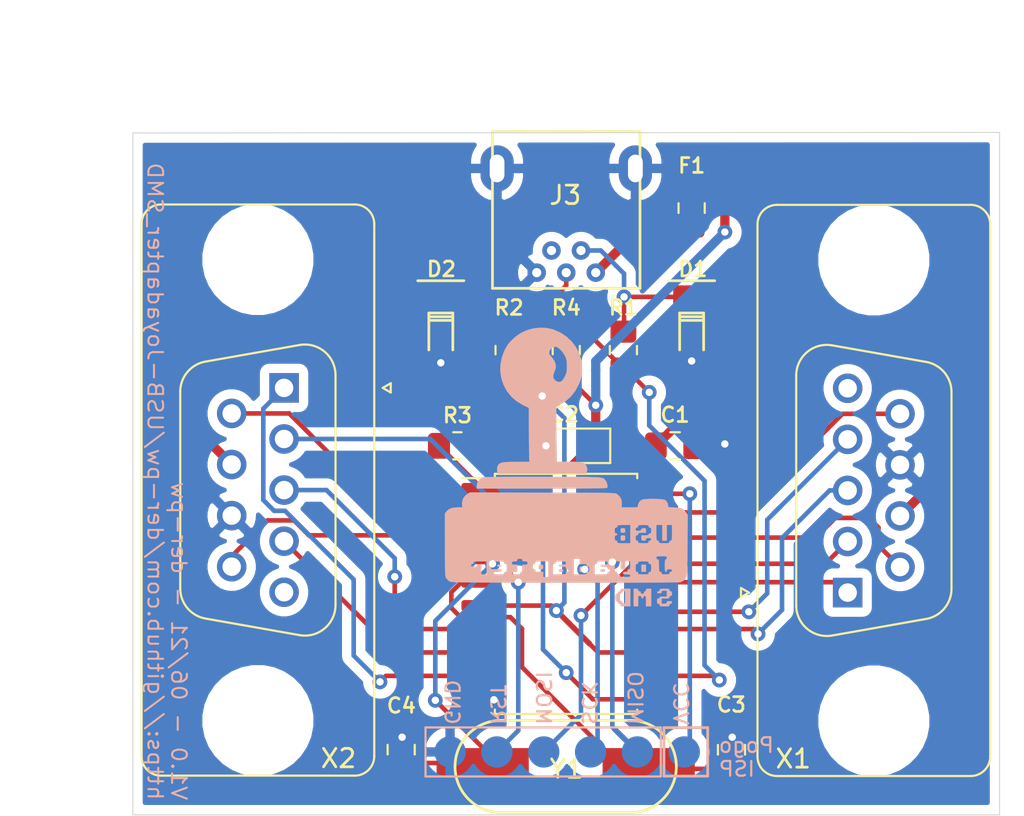
<source format=kicad_pcb>
(kicad_pcb (version 20171130) (host pcbnew "(5.1.6)-1")

  (general
    (thickness 1.6)
    (drawings 11)
    (tracks 230)
    (zones 0)
    (modules 18)
    (nets 26)
  )

  (page A4)
  (layers
    (0 F.Cu signal)
    (31 B.Cu signal)
    (32 B.Adhes user)
    (33 F.Adhes user)
    (34 B.Paste user)
    (35 F.Paste user)
    (36 B.SilkS user)
    (37 F.SilkS user)
    (38 B.Mask user)
    (39 F.Mask user)
    (40 Dwgs.User user)
    (41 Cmts.User user)
    (42 Eco1.User user)
    (43 Eco2.User user)
    (44 Edge.Cuts user)
    (45 Margin user)
    (46 B.CrtYd user)
    (47 F.CrtYd user)
    (48 B.Fab user)
    (49 F.Fab user)
  )

  (setup
    (last_trace_width 0.25)
    (user_trace_width 0.3)
    (user_trace_width 0.5)
    (trace_clearance 0.2)
    (zone_clearance 0.508)
    (zone_45_only no)
    (trace_min 0.2)
    (via_size 0.8)
    (via_drill 0.4)
    (via_min_size 0.4)
    (via_min_drill 0.3)
    (uvia_size 0.3)
    (uvia_drill 0.1)
    (uvias_allowed no)
    (uvia_min_size 0.2)
    (uvia_min_drill 0.1)
    (edge_width 0.05)
    (segment_width 0.2)
    (pcb_text_width 0.3)
    (pcb_text_size 1.5 1.5)
    (mod_edge_width 0.12)
    (mod_text_size 1 1)
    (mod_text_width 0.15)
    (pad_size 5 5)
    (pad_drill 5)
    (pad_to_mask_clearance 0)
    (aux_axis_origin 0 0)
    (grid_origin 125.665 125.29)
    (visible_elements 7FFFFFFF)
    (pcbplotparams
      (layerselection 0x010fc_ffffffff)
      (usegerberextensions false)
      (usegerberattributes true)
      (usegerberadvancedattributes true)
      (creategerberjobfile true)
      (excludeedgelayer true)
      (linewidth 0.100000)
      (plotframeref false)
      (viasonmask false)
      (mode 1)
      (useauxorigin false)
      (hpglpennumber 1)
      (hpglpenspeed 20)
      (hpglpendiameter 15.000000)
      (psnegative false)
      (psa4output false)
      (plotreference true)
      (plotvalue true)
      (plotinvisibletext false)
      (padsonsilk false)
      (subtractmaskfromsilk false)
      (outputformat 1)
      (mirror false)
      (drillshape 0)
      (scaleselection 1)
      (outputdirectory "gerber/"))
  )

  (net 0 "")
  (net 1 GND)
  (net 2 "Net-(C3-Pad1)")
  (net 3 VCC)
  (net 4 "Net-(U1-Pad16)")
  (net 5 "Net-(U1-Pad15)")
  (net 6 "Net-(U1-Pad14)")
  (net 7 "Net-(U1-Pad11)")
  (net 8 "Net-(U1-Pad9)")
  (net 9 "Net-(U1-Pad8)")
  (net 10 "Net-(U1-Pad7)")
  (net 11 "Net-(U1-Pad3)")
  (net 12 "Net-(U1-Pad2)")
  (net 13 "Net-(X1-Pad5)")
  (net 14 "Net-(X2-Pad5)")
  (net 15 "Net-(J3-Pad4)")
  (net 16 "Net-(R1-Pad1)")
  (net 17 "Net-(R2-Pad1)")
  (net 18 /MISO)
  (net 19 /SCK)
  (net 20 /MOSI)
  (net 21 /RST)
  (net 22 /D-)
  (net 23 /D+)
  (net 24 "Net-(C4-Pad1)")
  (net 25 "Net-(F1-Pad2)")

  (net_class Default "This is the default net class."
    (clearance 0.2)
    (trace_width 0.25)
    (via_dia 0.8)
    (via_drill 0.4)
    (uvia_dia 0.3)
    (uvia_drill 0.1)
    (add_net /D+)
    (add_net /D-)
    (add_net /MISO)
    (add_net /MOSI)
    (add_net /RST)
    (add_net /SCK)
    (add_net GND)
    (add_net "Net-(C3-Pad1)")
    (add_net "Net-(C4-Pad1)")
    (add_net "Net-(F1-Pad2)")
    (add_net "Net-(J3-Pad4)")
    (add_net "Net-(R1-Pad1)")
    (add_net "Net-(R2-Pad1)")
    (add_net "Net-(U1-Pad11)")
    (add_net "Net-(U1-Pad14)")
    (add_net "Net-(U1-Pad15)")
    (add_net "Net-(U1-Pad16)")
    (add_net "Net-(U1-Pad2)")
    (add_net "Net-(U1-Pad3)")
    (add_net "Net-(U1-Pad7)")
    (add_net "Net-(U1-Pad8)")
    (add_net "Net-(U1-Pad9)")
    (add_net "Net-(X1-Pad5)")
    (add_net "Net-(X2-Pad5)")
    (add_net VCC)
  )

  (module "Homebrew:USB BWM USB-Einbaubuchse B-Mini" (layer F.Cu) (tedit 60BCBEC7) (tstamp 6008A371)
    (at 149.165 90.24 180)
    (path /6000D9B3)
    (fp_text reference J3 (at 0.05 -1.45 180) (layer F.SilkS)
      (effects (font (size 1 1) (thickness 0.15)))
    )
    (fp_text value USB_B_Mini (at 0.09 2.22 180) (layer F.Fab) hide
      (effects (font (size 1 1) (thickness 0.15)))
    )
    (fp_line (start 4.75 3) (end -4.75 3) (layer Dwgs.User) (width 0.12))
    (fp_line (start 4 2) (end 4 -6.5) (layer F.SilkS) (width 0.15))
    (fp_line (start -4 2) (end -4 -6.5) (layer F.SilkS) (width 0.15))
    (fp_line (start -4 -6.5) (end 4 -6.5) (layer F.SilkS) (width 0.15))
    (fp_line (start 4 2) (end -4 2) (layer F.SilkS) (width 0.15))
    (fp_text user PCB-Edge (at 5.45 3.75 180) (layer Dwgs.User)
      (effects (font (size 0.6 0.6) (thickness 0.1)))
    )
    (pad 2 thru_hole circle (at -0.8 -4.45 180) (size 1 1) (drill 0.5) (layers *.Cu *.Mask)
      (net 22 /D-))
    (pad 4 thru_hole circle (at 0.8 -4.45 180) (size 1 1) (drill 0.5) (layers *.Cu *.Mask)
      (net 15 "Net-(J3-Pad4)"))
    (pad 1 thru_hole circle (at -1.6 -5.65 180) (size 1 1) (drill 0.5) (layers *.Cu *.Mask)
      (net 25 "Net-(F1-Pad2)"))
    (pad 5 thru_hole circle (at 1.6 -5.65 180) (size 1 1) (drill 0.5) (layers *.Cu *.Mask)
      (net 1 GND))
    (pad 3 thru_hole circle (at 0 -5.65 180) (size 1 1) (drill 0.5) (layers *.Cu *.Mask)
      (net 23 /D+))
    (pad 6 thru_hole oval (at -3.75 0 180) (size 1.8 2.5) (drill oval 0.8 1.5) (layers *.Cu *.Mask)
      (net 1 GND))
    (pad 6 thru_hole oval (at 3.75 0 180) (size 1.8 2.5) (drill oval 0.8 1.5) (layers *.Cu *.Mask)
      (net 1 GND))
    (model ${KISYS3DMOD}/Connector_USB.3dshapes/USB_Mini-B_Lumberg_2486_01_Horizontal.step
      (offset (xyz 0 0.5 0))
      (scale (xyz 1 1 1))
      (rotate (xyz 0 0 0))
    )
  )

  (module Fuse:Fuse_0805_2012Metric_Pad1.15x1.40mm_HandSolder (layer F.Cu) (tedit 5F68FEF1) (tstamp 6009BFD0)
    (at 155.965 92.39 270)
    (descr "Fuse SMD 0805 (2012 Metric), square (rectangular) end terminal, IPC_7351 nominal with elongated pad for handsoldering. (Body size source: https://docs.google.com/spreadsheets/d/1BsfQQcO9C6DZCsRaXUlFlo91Tg2WpOkGARC1WS5S8t0/edit?usp=sharing), generated with kicad-footprint-generator")
    (tags "fuse handsolder")
    (path /600E9265)
    (attr smd)
    (fp_text reference F1 (at -2.3 0 180) (layer F.SilkS)
      (effects (font (size 0.8 0.8) (thickness 0.15)))
    )
    (fp_text value Fuse (at 0 1.65 90) (layer F.Fab) hide
      (effects (font (size 1 1) (thickness 0.15)))
    )
    (fp_line (start 1.85 0.95) (end -1.85 0.95) (layer F.CrtYd) (width 0.05))
    (fp_line (start 1.85 -0.95) (end 1.85 0.95) (layer F.CrtYd) (width 0.05))
    (fp_line (start -1.85 -0.95) (end 1.85 -0.95) (layer F.CrtYd) (width 0.05))
    (fp_line (start -1.85 0.95) (end -1.85 -0.95) (layer F.CrtYd) (width 0.05))
    (fp_line (start -0.261252 0.71) (end 0.261252 0.71) (layer F.SilkS) (width 0.12))
    (fp_line (start -0.261252 -0.71) (end 0.261252 -0.71) (layer F.SilkS) (width 0.12))
    (fp_line (start 1 0.6) (end -1 0.6) (layer F.Fab) (width 0.1))
    (fp_line (start 1 -0.6) (end 1 0.6) (layer F.Fab) (width 0.1))
    (fp_line (start -1 -0.6) (end 1 -0.6) (layer F.Fab) (width 0.1))
    (fp_line (start -1 0.6) (end -1 -0.6) (layer F.Fab) (width 0.1))
    (fp_text user %R (at 0 0 90) (layer F.Fab)
      (effects (font (size 0.5 0.5) (thickness 0.08)))
    )
    (pad 2 smd roundrect (at 1.025 0 270) (size 1.15 1.4) (layers F.Cu F.Paste F.Mask) (roundrect_rratio 0.2173904347826087)
      (net 25 "Net-(F1-Pad2)"))
    (pad 1 smd roundrect (at -1.025 0 270) (size 1.15 1.4) (layers F.Cu F.Paste F.Mask) (roundrect_rratio 0.2173904347826087)
      (net 3 VCC))
    (model ${KISYS3DMOD}/Fuse.3dshapes/Fuse_0805_2012Metric.wrl
      (at (xyz 0 0 0))
      (scale (xyz 1 1 1))
      (rotate (xyz 0 0 0))
    )
  )

  (module Resistor_SMD:R_0805_2012Metric_Pad1.20x1.40mm_HandSolder (layer F.Cu) (tedit 5F68FEEE) (tstamp 60099511)
    (at 149.165 100.09 270)
    (descr "Resistor SMD 0805 (2012 Metric), square (rectangular) end terminal, IPC_7351 nominal with elongated pad for handsoldering. (Body size source: IPC-SM-782 page 72, https://www.pcb-3d.com/wordpress/wp-content/uploads/ipc-sm-782a_amendment_1_and_2.pdf), generated with kicad-footprint-generator")
    (tags "resistor handsolder")
    (path /6009C109)
    (attr smd)
    (fp_text reference R4 (at -2.3 0 180) (layer F.SilkS)
      (effects (font (size 0.8 0.8) (thickness 0.15)))
    )
    (fp_text value 1.5k (at 0 1.65 90) (layer F.Fab)
      (effects (font (size 1 1) (thickness 0.15)))
    )
    (fp_line (start 1.85 0.95) (end -1.85 0.95) (layer F.CrtYd) (width 0.05))
    (fp_line (start 1.85 -0.95) (end 1.85 0.95) (layer F.CrtYd) (width 0.05))
    (fp_line (start -1.85 -0.95) (end 1.85 -0.95) (layer F.CrtYd) (width 0.05))
    (fp_line (start -1.85 0.95) (end -1.85 -0.95) (layer F.CrtYd) (width 0.05))
    (fp_line (start -0.227064 0.735) (end 0.227064 0.735) (layer F.SilkS) (width 0.12))
    (fp_line (start -0.227064 -0.735) (end 0.227064 -0.735) (layer F.SilkS) (width 0.12))
    (fp_line (start 1 0.625) (end -1 0.625) (layer F.Fab) (width 0.1))
    (fp_line (start 1 -0.625) (end 1 0.625) (layer F.Fab) (width 0.1))
    (fp_line (start -1 -0.625) (end 1 -0.625) (layer F.Fab) (width 0.1))
    (fp_line (start -1 0.625) (end -1 -0.625) (layer F.Fab) (width 0.1))
    (fp_text user %R (at 0 0.1 270) (layer F.Fab)
      (effects (font (size 0.5 0.5) (thickness 0.08)))
    )
    (pad 2 smd roundrect (at 1 0 270) (size 1.2 1.4) (layers F.Cu F.Paste F.Mask) (roundrect_rratio 0.2083325)
      (net 3 VCC))
    (pad 1 smd roundrect (at -1 0 270) (size 1.2 1.4) (layers F.Cu F.Paste F.Mask) (roundrect_rratio 0.2083325)
      (net 16 "Net-(R1-Pad1)"))
    (model ${KISYS3DMOD}/Resistor_SMD.3dshapes/R_0805_2012Metric.wrl
      (at (xyz 0 0 0))
      (scale (xyz 1 1 1))
      (rotate (xyz 0 0 0))
    )
  )

  (module Homebrew:Joyadapter-Icon (layer B.Cu) (tedit 0) (tstamp 6009817D)
    (at 149.185 106.68 180)
    (fp_text reference G*** (at 0 0) (layer B.SilkS) hide
      (effects (font (size 1.524 1.524) (thickness 0.3)) (justify mirror))
    )
    (fp_text value LOGO (at 0.75 0) (layer B.SilkS) hide
      (effects (font (size 1.524 1.524) (thickness 0.3)) (justify mirror))
    )
    (fp_poly (pts (xy -5.174027 -6.351666) (xy -5.094654 -6.359265) (xy -5.056565 -6.376695) (xy -5.045137 -6.407855)
      (xy -5.044722 -6.420555) (xy -5.019777 -6.479515) (xy -4.974167 -6.491111) (xy -4.916707 -6.513169)
      (xy -4.903611 -6.544028) (xy -4.930386 -6.583166) (xy -5.015838 -6.596849) (xy -5.027083 -6.596944)
      (xy -5.112183 -6.589052) (xy -5.146519 -6.55824) (xy -5.150555 -6.526389) (xy -5.162389 -6.480229)
      (xy -5.210218 -6.459828) (xy -5.291667 -6.455833) (xy -5.432778 -6.455833) (xy -5.432778 -6.773333)
      (xy -5.23875 -6.773333) (xy -5.12174 -6.778084) (xy -5.061498 -6.794754) (xy -5.044722 -6.82625)
      (xy -5.015311 -6.869345) (xy -4.974167 -6.879166) (xy -4.928007 -6.891) (xy -4.907606 -6.938829)
      (xy -4.903611 -7.020278) (xy -4.909528 -7.112598) (xy -4.933442 -7.153399) (xy -4.974167 -7.161389)
      (xy -5.033127 -7.186334) (xy -5.044722 -7.231944) (xy -5.050971 -7.268018) (xy -5.079466 -7.289185)
      (xy -5.144828 -7.299342) (xy -5.261679 -7.302389) (xy -5.309305 -7.3025) (xy -5.444584 -7.300833)
      (xy -5.523957 -7.293235) (xy -5.562046 -7.275805) (xy -5.573474 -7.244645) (xy -5.573889 -7.231944)
      (xy -5.598834 -7.172984) (xy -5.644444 -7.161389) (xy -5.703404 -7.136443) (xy -5.715 -7.090833)
      (xy -5.703167 -7.044673) (xy -5.655338 -7.024272) (xy -5.573889 -7.020278) (xy -5.481569 -7.026194)
      (xy -5.440767 -7.050109) (xy -5.432778 -7.090833) (xy -5.420944 -7.136993) (xy -5.373116 -7.157394)
      (xy -5.291667 -7.161389) (xy -5.150555 -7.161389) (xy -5.150555 -6.879166) (xy -5.362222 -6.879166)
      (xy -5.480442 -6.876592) (xy -5.544322 -6.865283) (xy -5.569997 -6.839861) (xy -5.573889 -6.808611)
      (xy -5.598834 -6.749651) (xy -5.644444 -6.738055) (xy -5.693073 -6.724243) (xy -5.712694 -6.670324)
      (xy -5.715 -6.614583) (xy -5.707107 -6.529483) (xy -5.676296 -6.495147) (xy -5.644444 -6.491111)
      (xy -5.585484 -6.466166) (xy -5.573889 -6.420555) (xy -5.56764 -6.384481) (xy -5.539145 -6.363315)
      (xy -5.473783 -6.353158) (xy -5.356932 -6.35011) (xy -5.309305 -6.35) (xy -5.174027 -6.351666)) (layer B.SilkS) (width 0.01))
    (fp_poly (pts (xy -4.35268 -6.355916) (xy -4.311878 -6.379831) (xy -4.303889 -6.420555) (xy -4.281831 -6.478015)
      (xy -4.250972 -6.491111) (xy -4.207877 -6.520522) (xy -4.198055 -6.561666) (xy -4.177385 -6.616993)
      (xy -4.109861 -6.632222) (xy -4.040702 -6.615686) (xy -4.021667 -6.561666) (xy -3.996721 -6.502706)
      (xy -3.951111 -6.491111) (xy -3.892151 -6.466166) (xy -3.880555 -6.420555) (xy -3.866744 -6.371927)
      (xy -3.812824 -6.352306) (xy -3.757083 -6.35) (xy -3.633611 -6.35) (xy -3.633611 -7.3025)
      (xy -3.880555 -7.3025) (xy -3.880555 -7.020278) (xy -3.881495 -6.880307) (xy -3.887314 -6.796495)
      (xy -3.90251 -6.754447) (xy -3.931581 -6.739768) (xy -3.96875 -6.738055) (xy -4.037909 -6.754592)
      (xy -4.056944 -6.808611) (xy -4.079003 -6.866071) (xy -4.109861 -6.879166) (xy -4.152956 -6.849755)
      (xy -4.162778 -6.808611) (xy -4.187723 -6.749651) (xy -4.233333 -6.738055) (xy -4.268487 -6.743947)
      (xy -4.289556 -6.771085) (xy -4.300087 -6.833661) (xy -4.303629 -6.945867) (xy -4.303889 -7.020278)
      (xy -4.303889 -7.3025) (xy -4.586111 -7.3025) (xy -4.586111 -6.35) (xy -4.445 -6.35)
      (xy -4.35268 -6.355916)) (layer B.SilkS) (width 0.01))
    (fp_poly (pts (xy -3.057361 -6.351666) (xy -2.977987 -6.359265) (xy -2.939898 -6.376695) (xy -2.92847 -6.407855)
      (xy -2.928055 -6.420555) (xy -2.90311 -6.479515) (xy -2.8575 -6.491111) (xy -2.79854 -6.516056)
      (xy -2.786944 -6.561666) (xy -2.761999 -6.620626) (xy -2.716389 -6.632222) (xy -2.675615 -6.640644)
      (xy -2.654374 -6.677056) (xy -2.646586 -6.758179) (xy -2.645833 -6.82625) (xy -2.648896 -6.938378)
      (xy -2.662137 -6.996791) (xy -2.691636 -7.018208) (xy -2.716389 -7.020278) (xy -2.775349 -7.045223)
      (xy -2.786944 -7.090833) (xy -2.81189 -7.149793) (xy -2.8575 -7.161389) (xy -2.91646 -7.186334)
      (xy -2.928055 -7.231944) (xy -2.934305 -7.268018) (xy -2.9628 -7.289185) (xy -3.028162 -7.299342)
      (xy -3.145012 -7.302389) (xy -3.192639 -7.3025) (xy -3.457222 -7.3025) (xy -3.457222 -6.808611)
      (xy -3.175 -6.808611) (xy -3.174032 -6.969173) (xy -3.169424 -7.071959) (xy -3.158623 -7.129738)
      (xy -3.139074 -7.155282) (xy -3.108223 -7.16136) (xy -3.104444 -7.161389) (xy -3.045484 -7.136443)
      (xy -3.033889 -7.090833) (xy -3.008944 -7.031873) (xy -2.963333 -7.020278) (xy -2.923927 -7.012554)
      (xy -2.902633 -6.978628) (xy -2.894075 -6.902362) (xy -2.892778 -6.808611) (xy -2.895352 -6.690391)
      (xy -2.906661 -6.626511) (xy -2.932083 -6.600836) (xy -2.963333 -6.596944) (xy -3.022293 -6.571999)
      (xy -3.033889 -6.526389) (xy -3.058834 -6.467429) (xy -3.104444 -6.455833) (xy -3.136557 -6.460675)
      (xy -3.157114 -6.483714) (xy -3.16867 -6.53772) (xy -3.173779 -6.635465) (xy -3.174994 -6.789717)
      (xy -3.175 -6.808611) (xy -3.457222 -6.808611) (xy -3.457222 -6.35) (xy -3.192639 -6.35)
      (xy -3.057361 -6.351666)) (layer B.SilkS) (width 0.01))
    (fp_poly (pts (xy 5.377215 -1.20859) (xy 5.524511 -1.331106) (xy 5.625593 -1.495354) (xy 5.670797 -1.682717)
      (xy 5.67006 -1.772708) (xy 5.654802 -1.940278) (xy 5.915339 -1.940278) (xy 6.129374 -1.952674)
      (xy 6.292424 -1.993615) (xy 6.420235 -2.068729) (xy 6.501578 -2.149854) (xy 6.596945 -2.263191)
      (xy 6.596813 -3.962637) (xy 6.596672 -4.353663) (xy 6.596157 -4.680402) (xy 6.595029 -4.949121)
      (xy 6.59305 -5.166088) (xy 6.589981 -5.33757) (xy 6.585583 -5.469836) (xy 6.579618 -5.569153)
      (xy 6.571847 -5.641788) (xy 6.562031 -5.694011) (xy 6.549932 -5.732087) (xy 6.535311 -5.762286)
      (xy 6.527817 -5.775023) (xy 6.446651 -5.871889) (xy 6.345822 -5.949704) (xy 6.342741 -5.951412)
      (xy 6.325675 -5.959401) (xy 6.30296 -5.966698) (xy 6.271458 -5.973338) (xy 6.228032 -5.979354)
      (xy 6.169543 -5.984782) (xy 6.092854 -5.989656) (xy 5.994827 -5.99401) (xy 5.872324 -5.99788)
      (xy 5.722206 -6.0013) (xy 5.541336 -6.004303) (xy 5.326576 -6.006926) (xy 5.074789 -6.009202)
      (xy 4.782835 -6.011165) (xy 4.447578 -6.012851) (xy 4.065878 -6.014295) (xy 3.6346 -6.015529)
      (xy 3.150603 -6.01659) (xy 2.610752 -6.017511) (xy 2.011907 -6.018327) (xy 1.35093 -6.019074)
      (xy 0.624685 -6.019784) (xy 0.088195 -6.020267) (xy -0.566233 -6.020685) (xy -1.202594 -6.02078)
      (xy -1.817214 -6.020566) (xy -2.406423 -6.020056) (xy -2.966549 -6.019263) (xy -3.493918 -6.0182)
      (xy -3.98486 -6.01688) (xy -4.435702 -6.015317) (xy -4.842772 -6.013524) (xy -5.202399 -6.011514)
      (xy -5.51091 -6.009301) (xy -5.764632 -6.006896) (xy -5.959895 -6.004315) (xy -6.093026 -6.001569)
      (xy -6.160354 -5.998672) (xy -6.167096 -5.997793) (xy -6.310761 -5.932219) (xy -6.437531 -5.818346)
      (xy -6.505568 -5.715) (xy -6.516609 -5.671455) (xy -6.526045 -5.586735) (xy -6.533997 -5.456637)
      (xy -6.53746 -5.362222) (xy -5.715 -5.362222) (xy -5.690055 -5.421182) (xy -5.644444 -5.432778)
      (xy -5.585484 -5.457723) (xy -5.573889 -5.503333) (xy -5.566166 -5.54274) (xy -5.532239 -5.564033)
      (xy -5.455973 -5.572591) (xy -5.362222 -5.573889) (xy -5.244002 -5.571314) (xy -5.180122 -5.560005)
      (xy -5.154447 -5.534583) (xy -5.150555 -5.503333) (xy -5.12561 -5.444373) (xy -5.08 -5.432778)
      (xy -5.047207 -5.427717) (xy -5.026511 -5.403809) (xy -5.015155 -5.347968) (xy -5.010385 -5.247103)
      (xy -5.010222 -5.221111) (xy -4.586111 -5.221111) (xy -4.583537 -5.339331) (xy -4.572228 -5.403211)
      (xy -4.546806 -5.428886) (xy -4.515555 -5.432778) (xy -4.456595 -5.457723) (xy -4.445 -5.503333)
      (xy -4.439108 -5.538487) (xy -4.41197 -5.559555) (xy -4.349394 -5.570087) (xy -4.237188 -5.573629)
      (xy -4.162778 -5.573889) (xy -4.022162 -5.572416) (xy -3.937888 -5.565631) (xy -3.895763 -5.549987)
      (xy -3.881594 -5.521936) (xy -3.880555 -5.503333) (xy -3.85561 -5.444373) (xy -3.81 -5.432778)
      (xy -3.770593 -5.425054) (xy -3.7493 -5.391128) (xy -3.740742 -5.314862) (xy -3.739444 -5.221111)
      (xy -3.742019 -5.102891) (xy -3.753328 -5.039011) (xy -3.77875 -5.013336) (xy -3.81 -5.009444)
      (xy -3.86896 -4.984499) (xy -3.880555 -4.938889) (xy -3.886448 -4.903735) (xy -3.913585 -4.882666)
      (xy -3.976161 -4.872135) (xy -4.088368 -4.868593) (xy -4.162778 -4.868333) (xy -3.457222 -4.868333)
      (xy -3.457222 -5.08) (xy -3.454648 -5.19822) (xy -3.443339 -5.2621) (xy -3.417917 -5.287775)
      (xy -3.386667 -5.291666) (xy -3.327707 -5.316612) (xy -3.316111 -5.362222) (xy -3.302299 -5.41085)
      (xy -3.24838 -5.430471) (xy -3.192639 -5.432778) (xy -3.107539 -5.44067) (xy -3.073203 -5.471481)
      (xy -3.069167 -5.503333) (xy -3.077588 -5.544107) (xy -3.114001 -5.565348) (xy -3.195124 -5.573136)
      (xy -3.263194 -5.573889) (xy -3.375323 -5.576951) (xy -3.433735 -5.590192) (xy -3.455153 -5.619691)
      (xy -3.457222 -5.644444) (xy -3.45133 -5.679598) (xy -3.424192 -5.700667) (xy -3.361616 -5.711198)
      (xy -3.24941 -5.71474) (xy -3.175 -5.715) (xy -3.034385 -5.713527) (xy -2.950111 -5.706742)
      (xy -2.907985 -5.691098) (xy -2.893816 -5.663047) (xy -2.892778 -5.644444) (xy -2.867833 -5.585484)
      (xy -2.822222 -5.573889) (xy -2.763262 -5.548943) (xy -2.751667 -5.503333) (xy -2.726721 -5.444373)
      (xy -2.681111 -5.432778) (xy -2.645957 -5.426885) (xy -2.624889 -5.399748) (xy -2.618574 -5.362222)
      (xy -2.363611 -5.362222) (xy -2.338666 -5.421182) (xy -2.293055 -5.432778) (xy -2.234095 -5.457723)
      (xy -2.2225 -5.503333) (xy -2.217658 -5.535446) (xy -2.194619 -5.556003) (xy -2.140613 -5.567559)
      (xy -2.042868 -5.572667) (xy -1.888616 -5.573883) (xy -1.869722 -5.573889) (xy -1.516944 -5.573889)
      (xy -1.516944 -5.291666) (xy -1.234722 -5.291666) (xy -1.228805 -5.383986) (xy -1.204891 -5.424788)
      (xy -1.164167 -5.432778) (xy -1.105207 -5.457723) (xy -1.093611 -5.503333) (xy -1.088769 -5.535446)
      (xy -1.06573 -5.556003) (xy -1.011724 -5.567559) (xy -0.91398 -5.572667) (xy -0.759727 -5.573883)
      (xy -0.740833 -5.573889) (xy -0.388055 -5.573889) (xy -0.388055 -5.362222) (xy -0.105833 -5.362222)
      (xy -0.080888 -5.421182) (xy -0.035278 -5.432778) (xy 0.023682 -5.457723) (xy 0.035278 -5.503333)
      (xy 0.04012 -5.535446) (xy 0.063158 -5.556003) (xy 0.117165 -5.567559) (xy 0.214909 -5.572667)
      (xy 0.369162 -5.573883) (xy 0.388056 -5.573889) (xy 0.740833 -5.573889) (xy 0.740833 -5.291666)
      (xy 0.73936 -5.151051) (xy 0.732576 -5.066777) (xy 0.716932 -5.024652) (xy 0.68888 -5.010483)
      (xy 0.670278 -5.009444) (xy 0.611318 -4.984499) (xy 0.599722 -4.938889) (xy 0.59383 -4.903735)
      (xy 0.566692 -4.882666) (xy 0.504116 -4.872135) (xy 0.39191 -4.868593) (xy 0.3175 -4.868333)
      (xy 0.987778 -4.868333) (xy 0.987778 -5.715) (xy 1.27 -5.715) (xy 1.27 -5.432778)
      (xy 1.481667 -5.432778) (xy 1.599887 -5.430203) (xy 1.663767 -5.418894) (xy 1.689442 -5.393472)
      (xy 1.693333 -5.362222) (xy 1.718279 -5.303262) (xy 1.763889 -5.291666) (xy 1.810049 -5.279833)
      (xy 1.83045 -5.232004) (xy 1.834445 -5.150555) (xy 1.828528 -5.058235) (xy 1.804613 -5.017433)
      (xy 1.763889 -5.009444) (xy 1.704929 -4.984499) (xy 1.697818 -4.956528) (xy 2.116667 -4.956528)
      (xy 2.124369 -5.01335) (xy 2.160698 -5.038605) (xy 2.245489 -5.04469) (xy 2.257778 -5.044722)
      (xy 2.398889 -5.044722) (xy 2.398889 -5.23875) (xy 2.40364 -5.35576) (xy 2.42031 -5.416002)
      (xy 2.451806 -5.432778) (xy 2.494901 -5.462188) (xy 2.504722 -5.503333) (xy 2.511869 -5.541517)
      (xy 2.543703 -5.562805) (xy 2.615814 -5.571995) (xy 2.734028 -5.573889) (xy 2.858124 -5.57169)
      (xy 2.927311 -5.561895) (xy 2.957179 -5.539707) (xy 2.963333 -5.503333) (xy 2.9515 -5.457173)
      (xy 2.903671 -5.436772) (xy 2.822222 -5.432778) (xy 2.681111 -5.432778) (xy 2.681111 -5.221111)
      (xy 3.245556 -5.221111) (xy 3.24813 -5.339331) (xy 3.259439 -5.403211) (xy 3.284861 -5.428886)
      (xy 3.316111 -5.432778) (xy 3.375071 -5.457723) (xy 3.386667 -5.503333) (xy 3.392559 -5.538487)
      (xy 3.419697 -5.559555) (xy 3.482273 -5.570087) (xy 3.594479 -5.573629) (xy 3.668889 -5.573889)
      (xy 3.809504 -5.572416) (xy 3.893778 -5.565631) (xy 3.935904 -5.549987) (xy 3.950073 -5.521936)
      (xy 3.951111 -5.503333) (xy 3.943388 -5.463926) (xy 3.909461 -5.442633) (xy 3.833196 -5.434075)
      (xy 3.739445 -5.432778) (xy 3.621224 -5.430203) (xy 3.557344 -5.418894) (xy 3.531669 -5.393472)
      (xy 3.527778 -5.362222) (xy 3.53367 -5.327068) (xy 3.560808 -5.306) (xy 3.623384 -5.295468)
      (xy 3.73559 -5.291926) (xy 3.81 -5.291666) (xy 4.092222 -5.291666) (xy 4.092222 -5.150555)
      (xy 4.086306 -5.058235) (xy 4.062391 -5.017433) (xy 4.021667 -5.009444) (xy 3.962707 -4.984499)
      (xy 3.951111 -4.938889) (xy 3.945219 -4.903735) (xy 3.918081 -4.882666) (xy 3.855505 -4.872135)
      (xy 3.743299 -4.868593) (xy 3.668889 -4.868333) (xy 4.339167 -4.868333) (xy 4.339167 -5.573889)
      (xy 4.621389 -5.573889) (xy 4.621389 -5.044722) (xy 4.744861 -5.044722) (xy 4.836183 -5.056197)
      (xy 4.86811 -5.092819) (xy 4.868333 -5.097639) (xy 4.889109 -5.132517) (xy 4.959751 -5.148404)
      (xy 5.027083 -5.150555) (xy 5.12629 -5.145939) (xy 5.173201 -5.12677) (xy 5.185773 -5.085068)
      (xy 5.185833 -5.08) (xy 5.160888 -5.02104) (xy 5.115278 -5.009444) (xy 5.056318 -4.984499)
      (xy 5.044722 -4.938889) (xy 5.039881 -4.906776) (xy 5.016842 -4.886219) (xy 4.962835 -4.874663)
      (xy 4.865091 -4.869554) (xy 4.710838 -4.868339) (xy 4.691945 -4.868333) (xy 4.339167 -4.868333)
      (xy 3.668889 -4.868333) (xy 3.528274 -4.869806) (xy 3.444 -4.876591) (xy 3.401874 -4.892235)
      (xy 3.387705 -4.920286) (xy 3.386667 -4.938889) (xy 3.361722 -4.997849) (xy 3.316111 -5.009444)
      (xy 3.276704 -5.017167) (xy 3.255411 -5.051094) (xy 3.246853 -5.12736) (xy 3.245556 -5.221111)
      (xy 2.681111 -5.221111) (xy 2.681111 -5.044722) (xy 2.822222 -5.044722) (xy 2.913138 -5.039908)
      (xy 2.953546 -5.017202) (xy 2.963283 -4.964208) (xy 2.963333 -4.956528) (xy 2.955631 -4.899705)
      (xy 2.919302 -4.87445) (xy 2.834511 -4.868365) (xy 2.822222 -4.868333) (xy 2.729902 -4.862416)
      (xy 2.6891 -4.838502) (xy 2.681111 -4.797778) (xy 2.669278 -4.751617) (xy 2.621449 -4.731217)
      (xy 2.54 -4.727222) (xy 2.44768 -4.733139) (xy 2.406878 -4.757053) (xy 2.398889 -4.797778)
      (xy 2.387056 -4.843938) (xy 2.339227 -4.864338) (xy 2.257778 -4.868333) (xy 2.166862 -4.873147)
      (xy 2.126454 -4.895853) (xy 2.116717 -4.948847) (xy 2.116667 -4.956528) (xy 1.697818 -4.956528)
      (xy 1.693333 -4.938889) (xy 1.688492 -4.906776) (xy 1.665453 -4.886219) (xy 1.611446 -4.874663)
      (xy 1.513702 -4.869554) (xy 1.359449 -4.868339) (xy 1.340556 -4.868333) (xy 0.987778 -4.868333)
      (xy 0.3175 -4.868333) (xy 0.177529 -4.869273) (xy 0.093718 -4.875091) (xy 0.05167 -4.890287)
      (xy 0.03699 -4.919359) (xy 0.035278 -4.956528) (xy 0.040314 -5.007038) (xy 0.066935 -5.033339)
      (xy 0.132404 -5.043277) (xy 0.229306 -5.044722) (xy 0.346316 -5.049473) (xy 0.406558 -5.066143)
      (xy 0.423333 -5.097639) (xy 0.405914 -5.129551) (xy 0.34479 -5.14598) (xy 0.229306 -5.150555)
      (xy 0.117177 -5.153618) (xy 0.058765 -5.166859) (xy 0.037347 -5.196358) (xy 0.035278 -5.221111)
      (xy 0.010333 -5.280071) (xy -0.035278 -5.291666) (xy -0.094238 -5.316612) (xy -0.105833 -5.362222)
      (xy -0.388055 -5.362222) (xy -0.388055 -4.727222) (xy -0.705555 -4.727222) (xy -0.705555 -5.009444)
      (xy -0.899583 -5.009444) (xy -1.011712 -5.012507) (xy -1.070124 -5.025747) (xy -1.091542 -5.055247)
      (xy -1.093611 -5.08) (xy -1.118556 -5.13896) (xy -1.164167 -5.150555) (xy -1.210327 -5.162389)
      (xy -1.230728 -5.210217) (xy -1.234722 -5.291666) (xy -1.516944 -5.291666) (xy -1.518417 -5.151051)
      (xy -1.525202 -5.066777) (xy -1.540846 -5.024652) (xy -1.568897 -5.010483) (xy -1.5875 -5.009444)
      (xy -1.64646 -4.984499) (xy -1.658055 -4.938889) (xy -1.663948 -4.903735) (xy -1.691085 -4.882666)
      (xy -1.753661 -4.872135) (xy -1.865868 -4.868593) (xy -1.940278 -4.868333) (xy -2.080248 -4.869273)
      (xy -2.16406 -4.875091) (xy -2.206108 -4.890287) (xy -2.220787 -4.919359) (xy -2.2225 -4.956528)
      (xy -2.217463 -5.007038) (xy -2.190843 -5.033339) (xy -2.125373 -5.043277) (xy -2.028472 -5.044722)
      (xy -1.911462 -5.049473) (xy -1.85122 -5.066143) (xy -1.834444 -5.097639) (xy -1.851864 -5.129551)
      (xy -1.912987 -5.14598) (xy -2.028472 -5.150555) (xy -2.1406 -5.153618) (xy -2.199013 -5.166859)
      (xy -2.220431 -5.196358) (xy -2.2225 -5.221111) (xy -2.247445 -5.280071) (xy -2.293055 -5.291666)
      (xy -2.352016 -5.316612) (xy -2.363611 -5.362222) (xy -2.618574 -5.362222) (xy -2.614357 -5.337172)
      (xy -2.610815 -5.224965) (xy -2.610555 -5.150555) (xy -2.610555 -4.868333) (xy -2.928055 -4.868333)
      (xy -2.928055 -5.291666) (xy -3.175 -5.291666) (xy -3.175 -4.868333) (xy -3.457222 -4.868333)
      (xy -4.162778 -4.868333) (xy -4.303393 -4.869806) (xy -4.387667 -4.876591) (xy -4.429792 -4.892235)
      (xy -4.443961 -4.920286) (xy -4.445 -4.938889) (xy -4.469945 -4.997849) (xy -4.515555 -5.009444)
      (xy -4.554962 -5.017167) (xy -4.576256 -5.051094) (xy -4.584814 -5.12736) (xy -4.586111 -5.221111)
      (xy -5.010222 -5.221111) (xy -5.009444 -5.097639) (xy -5.008379 -4.941873) (xy -5.003346 -4.843565)
      (xy -4.99159 -4.789627) (xy -4.970355 -4.76697) (xy -4.938889 -4.7625) (xy -4.883562 -4.741829)
      (xy -4.868333 -4.674305) (xy -4.871341 -4.630564) (xy -4.88996 -4.604373) (xy -4.938587 -4.591233)
      (xy -5.031616 -4.586646) (xy -5.150555 -4.586111) (xy -5.290526 -4.587051) (xy -5.374338 -4.592869)
      (xy -5.416386 -4.608065) (xy -5.431065 -4.637137) (xy -5.432778 -4.674305) (xy -5.414377 -4.745238)
      (xy -5.379861 -4.7625) (xy -5.354636 -4.774494) (xy -5.338673 -4.818362) (xy -5.330104 -4.905932)
      (xy -5.327061 -5.049032) (xy -5.326944 -5.097639) (xy -5.328838 -5.257396) (xy -5.335765 -5.358497)
      (xy -5.349592 -5.412769) (xy -5.372186 -5.43204) (xy -5.379861 -5.432778) (xy -5.422956 -5.403367)
      (xy -5.432778 -5.362222) (xy -5.444611 -5.316062) (xy -5.49244 -5.295661) (xy -5.573889 -5.291666)
      (xy -5.666209 -5.297583) (xy -5.707011 -5.321497) (xy -5.715 -5.362222) (xy -6.53746 -5.362222)
      (xy -6.540588 -5.276957) (xy -6.545938 -5.04349) (xy -6.55017 -4.752034) (xy -6.553406 -4.398384)
      (xy -6.555744 -3.983694) (xy -6.560488 -2.892778) (xy -5.715 -2.892778) (xy -5.715 -3.316111)
      (xy -5.714308 -3.494812) (xy -5.710932 -3.614653) (xy -5.702924 -3.687327) (xy -5.688335 -3.724525)
      (xy -5.665216 -3.73794) (xy -5.644444 -3.739444) (xy -5.585484 -3.764389) (xy -5.573889 -3.81)
      (xy -5.567997 -3.845154) (xy -5.540859 -3.866222) (xy -5.478283 -3.876753) (xy -5.366077 -3.880296)
      (xy -5.291667 -3.880555) (xy -5.151051 -3.879082) (xy -5.066777 -3.872298) (xy -5.024652 -3.856654)
      (xy -5.010483 -3.828602) (xy -5.009444 -3.81) (xy -4.984499 -3.75104) (xy -4.938889 -3.739444)
      (xy -4.909105 -3.735291) (xy -4.889132 -3.715036) (xy -4.87702 -3.666987) (xy -4.87082 -3.579453)
      (xy -4.868584 -3.44074) (xy -4.868333 -3.316111) (xy -4.868333 -3.192639) (xy -4.586111 -3.192639)
      (xy -4.581495 -3.291845) (xy -4.562326 -3.338756) (xy -4.520624 -3.351328) (xy -4.515555 -3.351389)
      (xy -4.458095 -3.373447) (xy -4.445 -3.404305) (xy -4.427581 -3.436217) (xy -4.366457 -3.452647)
      (xy -4.250972 -3.457222) (xy -4.056944 -3.457222) (xy -4.056944 -3.598333) (xy -4.060682 -3.688682)
      (xy -4.083762 -3.728833) (xy -4.143983 -3.739129) (xy -4.180417 -3.739444) (xy -4.265516 -3.731552)
      (xy -4.299853 -3.70074) (xy -4.303889 -3.668889) (xy -4.315722 -3.622729) (xy -4.363551 -3.602328)
      (xy -4.445 -3.598333) (xy -4.53732 -3.60425) (xy -4.578122 -3.628164) (xy -4.586111 -3.668889)
      (xy -4.561166 -3.727849) (xy -4.515555 -3.739444) (xy -4.456595 -3.764389) (xy -4.445 -3.81)
      (xy -4.439108 -3.845154) (xy -4.41197 -3.866222) (xy -4.349394 -3.876753) (xy -4.237188 -3.880296)
      (xy -4.162778 -3.880555) (xy -4.022162 -3.879082) (xy -3.937888 -3.872298) (xy -3.895763 -3.856654)
      (xy -3.881594 -3.828602) (xy -3.880555 -3.81) (xy -3.85561 -3.75104) (xy -3.81 -3.739444)
      (xy -3.76384 -3.727611) (xy -3.743439 -3.679782) (xy -3.739444 -3.598333) (xy -3.745361 -3.506013)
      (xy -3.769275 -3.465211) (xy -3.81 -3.457222) (xy -3.86896 -3.432277) (xy -3.880555 -3.386666)
      (xy -3.888279 -3.34726) (xy -3.922205 -3.325966) (xy -3.998471 -3.317408) (xy -4.092222 -3.316111)
      (xy -4.303889 -3.316111) (xy -4.303889 -3.192639) (xy -4.29834 -3.109853) (xy -4.267771 -3.075899)
      (xy -4.1913 -3.069176) (xy -4.184531 -3.069166) (xy -4.093973 -3.081439) (xy -4.051559 -3.124786)
      (xy -4.046723 -3.139722) (xy -4.018735 -3.186887) (xy -3.954532 -3.207263) (xy -3.883858 -3.210278)
      (xy -3.791597 -3.205718) (xy -3.750048 -3.184034) (xy -3.739555 -3.133224) (xy -3.739444 -3.122083)
      (xy -3.755981 -3.052924) (xy -3.81 -3.033889) (xy -3.86896 -3.008943) (xy -3.880555 -2.963333)
      (xy -3.886448 -2.928179) (xy -3.913585 -2.907111) (xy -3.976161 -2.896579) (xy -4.088368 -2.893037)
      (xy -4.162778 -2.892778) (xy -3.457222 -2.892778) (xy -3.457222 -3.880555) (xy -3.104444 -3.880555)
      (xy -2.943882 -3.879587) (xy -2.841096 -3.874979) (xy -2.783317 -3.864178) (xy -2.757773 -3.844629)
      (xy -2.751695 -3.813778) (xy -2.751667 -3.81) (xy -2.726721 -3.75104) (xy -2.681111 -3.739444)
      (xy -2.634951 -3.727611) (xy -2.61455 -3.679782) (xy -2.610555 -3.598333) (xy -2.616472 -3.506013)
      (xy -2.640387 -3.465211) (xy -2.681111 -3.457222) (xy -2.738571 -3.435164) (xy -2.751667 -3.404305)
      (xy -2.722256 -3.36121) (xy -2.681111 -3.351389) (xy -2.637019 -3.341002) (xy -2.61617 -3.297871)
      (xy -2.610582 -3.204043) (xy -2.610555 -3.192639) (xy -2.615172 -3.093432) (xy -2.634341 -3.046521)
      (xy -2.676042 -3.033949) (xy -2.681111 -3.033889) (xy -2.740071 -3.008943) (xy -2.751667 -2.963333)
      (xy -2.756508 -2.931221) (xy -2.779547 -2.910663) (xy -2.833554 -2.899108) (xy -2.931298 -2.893999)
      (xy -3.085551 -2.892783) (xy -3.104444 -2.892778) (xy -3.457222 -2.892778) (xy -4.162778 -2.892778)
      (xy -4.303393 -2.894251) (xy -4.387667 -2.901035) (xy -4.429792 -2.916679) (xy -4.443961 -2.944731)
      (xy -4.445 -2.963333) (xy -4.469945 -3.022293) (xy -4.515555 -3.033889) (xy -4.559647 -3.044276)
      (xy -4.580497 -3.087406) (xy -4.586084 -3.181234) (xy -4.586111 -3.192639) (xy -4.868333 -3.192639)
      (xy -4.868333 -2.892778) (xy -5.185833 -2.892778) (xy -5.185833 -3.739444) (xy -5.432778 -3.739444)
      (xy -5.432778 -2.892778) (xy -5.715 -2.892778) (xy -6.560488 -2.892778) (xy -6.56289 -2.340583)
      (xy -6.482903 -2.223049) (xy -6.396699 -2.110097) (xy -6.308591 -2.033382) (xy -6.201669 -1.985453)
      (xy -6.059022 -1.958859) (xy -5.863743 -1.94615) (xy -5.853627 -1.945791) (xy -5.694152 -1.939513)
      (xy -5.592304 -1.931687) (xy -5.535179 -1.918824) (xy -5.509875 -1.897434) (xy -5.503489 -1.86403)
      (xy -5.503333 -1.851074) (xy -5.474429 -1.696233) (xy -5.392146 -1.578735) (xy -5.330212 -1.536273)
      (xy -5.246302 -1.512588) (xy -5.108928 -1.494982) (xy -4.934702 -1.483518) (xy -4.740239 -1.478255)
      (xy -4.542151 -1.479257) (xy -4.357052 -1.486585) (xy -4.201556 -1.5003) (xy -4.092275 -1.520463)
      (xy -4.062764 -1.531573) (xy -3.948617 -1.628362) (xy -3.880278 -1.769273) (xy -3.868164 -1.834969)
      (xy -3.852456 -1.90474) (xy -3.834408 -1.931458) (xy -3.791432 -1.934922) (xy -3.692782 -1.937758)
      (xy -3.553339 -1.939665) (xy -3.395486 -1.940342) (xy -2.980972 -1.940406) (xy -2.992374 -1.737495)
      (xy -2.977678 -1.544949) (xy -2.905684 -1.384395) (xy -2.770375 -1.243491) (xy -2.740268 -1.220327)
      (xy -2.724141 -1.208878) (xy -2.705772 -1.198671) (xy -2.681209 -1.189624) (xy -2.6465 -1.181657)
      (xy -2.597693 -1.174689) (xy -2.530834 -1.168641) (xy -2.441973 -1.16343) (xy -2.327156 -1.158978)
      (xy -2.182431 -1.155203) (xy -2.003847 -1.152025) (xy -1.78745 -1.149363) (xy -1.52929 -1.147137)
      (xy -1.225412 -1.145267) (xy -0.871865 -1.143671) (xy -0.464698 -1.142269) (xy 0.000044 -1.140981)
      (xy 0.52631 -1.139727) (xy 1.118055 -1.138425) (xy 1.299038 -1.138034) (xy 5.23875 -1.129541)
      (xy 5.377215 -1.20859)) (layer B.SilkS) (width 0.01))
    (fp_poly (pts (xy 1.161219 -0.282217) (xy 1.340828 -0.282222) (xy 1.883378 -0.282255) (xy 2.359884 -0.28242)
      (xy 2.774855 -0.282814) (xy 3.132801 -0.283534) (xy 3.438234 -0.284679) (xy 3.695663 -0.286345)
      (xy 3.909599 -0.288629) (xy 4.084553 -0.29163) (xy 4.225035 -0.295445) (xy 4.335555 -0.300171)
      (xy 4.420624 -0.305906) (xy 4.484752 -0.312747) (xy 4.53245 -0.320792) (xy 4.568228 -0.330138)
      (xy 4.596596 -0.340882) (xy 4.622066 -0.353123) (xy 4.622067 -0.353124) (xy 4.76215 -0.459425)
      (xy 4.844159 -0.605787) (xy 4.868333 -0.774359) (xy 4.868333 -0.917222) (xy 1.339448 -0.917222)
      (xy 0.757109 -0.91713) (xy 0.241357 -0.916814) (xy -0.211775 -0.916214) (xy -0.606255 -0.915271)
      (xy -0.946051 -0.913926) (xy -1.23513 -0.912119) (xy -1.477461 -0.909791) (xy -1.67701 -0.906882)
      (xy -1.837746 -0.903333) (xy -1.963636 -0.899084) (xy -2.058649 -0.894076) (xy -2.126752 -0.88825)
      (xy -2.171912 -0.881545) (xy -2.198098 -0.873903) (xy -2.209277 -0.865264) (xy -2.209845 -0.86404)
      (xy -2.218575 -0.76656) (xy -2.193013 -0.642507) (xy -2.140908 -0.52197) (xy -2.109816 -0.475554)
      (xy -2.084574 -0.442954) (xy -2.06039 -0.414238) (xy -2.032872 -0.38916) (xy -1.99763 -0.367473)
      (xy -1.950274 -0.348931) (xy -1.886412 -0.333288) (xy -1.801653 -0.320299) (xy -1.691607 -0.309717)
      (xy -1.551883 -0.301296) (xy -1.37809 -0.294791) (xy -1.165837 -0.289955) (xy -0.910734 -0.286542)
      (xy -0.608389 -0.284306) (xy -0.254413 -0.283002) (xy 0.155587 -0.282383) (xy 0.626001 -0.282203)
      (xy 1.161219 -0.282217)) (layer B.SilkS) (width 0.01))
    (fp_poly (pts (xy 1.771946 7.769434) (xy 2.119619 7.680373) (xy 2.439902 7.539732) (xy 2.449843 7.534213)
      (xy 2.643417 7.408809) (xy 2.842052 7.250862) (xy 3.024769 7.078989) (xy 3.170588 6.911808)
      (xy 3.204682 6.864347) (xy 3.386034 6.536957) (xy 3.513081 6.179558) (xy 3.583095 5.806524)
      (xy 3.593347 5.432227) (xy 3.543372 5.080535) (xy 3.420359 4.706412) (xy 3.237637 4.368192)
      (xy 2.998381 4.069787) (xy 2.705766 3.815103) (xy 2.362966 3.608051) (xy 2.337153 3.595432)
      (xy 2.046111 3.455216) (xy 2.042602 2.142122) (xy 2.041439 1.83793) (xy 2.039677 1.550524)
      (xy 2.037418 1.288867) (xy 2.034769 1.061926) (xy 2.031833 0.878663) (xy 2.028716 0.748044)
      (xy 2.025527 0.679097) (xy 2.011962 0.529167) (xy 2.718086 0.529167) (xy 2.995653 0.527567)
      (xy 3.212042 0.521645) (xy 3.376582 0.509715) (xy 3.498602 0.490091) (xy 3.587431 0.461088)
      (xy 3.652396 0.421021) (xy 3.702828 0.368204) (xy 3.717195 0.348655) (xy 3.764875 0.226768)
      (xy 3.770472 0.072055) (xy 3.752487 -0.026458) (xy 3.731216 -0.105833) (xy -1.049773 -0.105833)
      (xy -1.095495 0.00455) (xy -1.121532 0.091916) (xy -1.115779 0.17735) (xy -1.090956 0.260314)
      (xy -1.055995 0.34485) (xy -1.01089 0.409715) (xy -0.946543 0.457465) (xy -0.853857 0.490656)
      (xy -0.723733 0.511845) (xy -0.547075 0.523588) (xy -0.314785 0.528441) (xy -0.134366 0.529112)
      (xy 0.525018 0.529167) (xy 0.536825 0.96132) (xy 0.540234 1.111396) (xy 0.543932 1.318097)
      (xy 0.547721 1.567495) (xy 0.551407 1.845661) (xy 0.554793 2.138667) (xy 0.557682 2.432583)
      (xy 0.557907 2.458081) (xy 0.567182 3.52269) (xy 0.380605 3.616157) (xy 0.048035 3.82109)
      (xy -0.238394 4.078808) (xy -0.477049 4.387347) (xy -0.666296 4.744748) (xy -0.75488 4.980078)
      (xy -0.795539 5.158609) (xy -0.820225 5.380697) (xy -0.828084 5.620984) (xy -0.824124 5.715)
      (xy -0.016475 5.715) (xy -0.013506 5.547941) (xy -0.002928 5.42765) (xy 0.01983 5.330408)
      (xy 0.059338 5.232492) (xy 0.08781 5.173855) (xy 0.154536 5.055284) (xy 0.223505 4.955761)
      (xy 0.270679 4.90512) (xy 0.38042 4.86014) (xy 0.504592 4.875241) (xy 0.624646 4.948128)
      (xy 0.625641 4.949029) (xy 0.708461 5.067159) (xy 0.726099 5.209327) (xy 0.678236 5.37181)
      (xy 0.664196 5.399982) (xy 0.592601 5.602606) (xy 0.591498 5.803902) (xy 0.660904 6.003957)
      (xy 0.800838 6.202861) (xy 0.83094 6.235823) (xy 0.901839 6.322499) (xy 0.945644 6.398219)
      (xy 0.9525 6.425609) (xy 0.920201 6.565151) (xy 0.833443 6.679065) (xy 0.707436 6.752878)
      (xy 0.587073 6.773334) (xy 0.500734 6.74444) (xy 0.394511 6.666778) (xy 0.281643 6.55388)
      (xy 0.175368 6.419275) (xy 0.088923 6.276494) (xy 0.076944 6.25194) (xy 0.030563 6.143428)
      (xy 0.002317 6.044459) (xy -0.011963 5.931078) (xy -0.016443 5.779335) (xy -0.016475 5.715)
      (xy -0.824124 5.715) (xy -0.818263 5.854111) (xy -0.790886 6.050139) (xy -0.678435 6.417174)
      (xy -0.504738 6.754884) (xy -0.275032 7.057557) (xy 0.005444 7.319484) (xy 0.331451 7.534954)
      (xy 0.697749 7.698258) (xy 0.731923 7.710003) (xy 1.061363 7.785961) (xy 1.413616 7.8052)
      (xy 1.771946 7.769434)) (layer B.SilkS) (width 0.01))
    (fp_poly (pts (xy 1.476227 -5.050183) (xy 1.510166 -5.080994) (xy 1.516929 -5.158796) (xy 1.516945 -5.168194)
      (xy 1.511483 -5.250949) (xy 1.480673 -5.284888) (xy 1.40287 -5.291651) (xy 1.393472 -5.291666)
      (xy 1.310717 -5.286205) (xy 1.276779 -5.255394) (xy 1.270015 -5.177592) (xy 1.27 -5.168194)
      (xy 1.275461 -5.085439) (xy 1.306272 -5.051501) (xy 1.384074 -5.044737) (xy 1.393472 -5.044722)
      (xy 1.476227 -5.050183)) (layer B.SilkS) (width 0.01))
    (fp_poly (pts (xy -4.056944 -5.432778) (xy -4.303889 -5.432778) (xy -4.303889 -5.044722) (xy -4.056944 -5.044722)
      (xy -4.056944 -5.432778)) (layer B.SilkS) (width 0.01))
    (fp_poly (pts (xy -1.872817 -5.299559) (xy -1.83848 -5.33037) (xy -1.834444 -5.362222) (xy -1.848256 -5.41085)
      (xy -1.902176 -5.430471) (xy -1.957917 -5.432778) (xy -2.043016 -5.424885) (xy -2.077353 -5.394074)
      (xy -2.081389 -5.362222) (xy -2.067577 -5.313594) (xy -2.013657 -5.293973) (xy -1.957917 -5.291666)
      (xy -1.872817 -5.299559)) (layer B.SilkS) (width 0.01))
    (fp_poly (pts (xy -0.749973 -5.154827) (xy -0.71484 -5.181204) (xy -0.705832 -5.250028) (xy -0.705555 -5.291666)
      (xy -0.709293 -5.382015) (xy -0.732373 -5.422166) (xy -0.792594 -5.432462) (xy -0.829028 -5.432778)
      (xy -0.908083 -5.428506) (xy -0.943215 -5.402128) (xy -0.952224 -5.333305) (xy -0.9525 -5.291666)
      (xy -0.948762 -5.201318) (xy -0.925682 -5.161167) (xy -0.865461 -5.150871) (xy -0.829028 -5.150555)
      (xy -0.749973 -5.154827)) (layer B.SilkS) (width 0.01))
    (fp_poly (pts (xy 0.384961 -5.299559) (xy 0.419297 -5.33037) (xy 0.423333 -5.362222) (xy 0.409522 -5.41085)
      (xy 0.355602 -5.430471) (xy 0.299861 -5.432778) (xy 0.214762 -5.424885) (xy 0.180425 -5.394074)
      (xy 0.176389 -5.362222) (xy 0.190201 -5.313594) (xy 0.24412 -5.293973) (xy 0.299861 -5.291666)
      (xy 0.384961 -5.299559)) (layer B.SilkS) (width 0.01))
    (fp_poly (pts (xy 3.742572 -5.056197) (xy 3.774499 -5.092819) (xy 3.774722 -5.097639) (xy 3.747947 -5.136777)
      (xy 3.662495 -5.15046) (xy 3.65125 -5.150555) (xy 3.559928 -5.13908) (xy 3.528001 -5.102458)
      (xy 3.527778 -5.097639) (xy 3.554553 -5.058501) (xy 3.640005 -5.044818) (xy 3.65125 -5.044722)
      (xy 3.742572 -5.056197)) (layer B.SilkS) (width 0.01))
    (fp_poly (pts (xy -2.972473 -3.461494) (xy -2.93734 -3.487871) (xy -2.928332 -3.556695) (xy -2.928055 -3.598333)
      (xy -2.931793 -3.688682) (xy -2.954873 -3.728833) (xy -3.015094 -3.739129) (xy -3.051528 -3.739444)
      (xy -3.130583 -3.735172) (xy -3.165715 -3.708795) (xy -3.174724 -3.639972) (xy -3.175 -3.598333)
      (xy -3.171262 -3.507985) (xy -3.148182 -3.467833) (xy -3.087961 -3.457537) (xy -3.051528 -3.457222)
      (xy -2.972473 -3.461494)) (layer B.SilkS) (width 0.01))
    (fp_poly (pts (xy -2.968773 -3.074627) (xy -2.934834 -3.105438) (xy -2.928071 -3.183241) (xy -2.928055 -3.192639)
      (xy -2.933517 -3.275394) (xy -2.964327 -3.309332) (xy -3.04213 -3.316095) (xy -3.051528 -3.316111)
      (xy -3.134283 -3.31065) (xy -3.168221 -3.279839) (xy -3.174985 -3.202037) (xy -3.175 -3.192639)
      (xy -3.169539 -3.109884) (xy -3.138728 -3.075945) (xy -3.060926 -3.069182) (xy -3.051528 -3.069166)
      (xy -2.968773 -3.074627)) (layer B.SilkS) (width 0.01))
  )

  (module Homebrew:HC49-SMD (layer F.Cu) (tedit 60092C56) (tstamp 6008A38E)
    (at 149.135 122.67 180)
    (path /5FFFAE5B)
    (fp_text reference Y1 (at -0.05 -0.13) (layer F.SilkS)
      (effects (font (size 1 1) (thickness 0.15)))
    )
    (fp_text value 12MHz (at 0 2.5) (layer F.Fab)
      (effects (font (size 1 1) (thickness 0.15)))
    )
    (fp_line (start -3.5 -2.5) (end 3.5 -2.5) (layer F.SilkS) (width 0.15))
    (fp_line (start -3.5 2.5) (end 3.5 2.5) (layer F.SilkS) (width 0.15))
    (fp_arc (start 3.5 0) (end 3.5 2.5) (angle -180) (layer F.SilkS) (width 0.15))
    (fp_arc (start -3.5 0) (end -3.5 -2.5) (angle -180) (layer F.SilkS) (width 0.15))
    (pad 1 smd rect (at -4.5 0 180) (size 5 2) (layers F.Cu F.Paste F.Mask)
      (net 2 "Net-(C3-Pad1)"))
    (pad 2 smd rect (at 4.5 0 180) (size 5 2) (layers F.Cu F.Paste F.Mask)
      (net 24 "Net-(C4-Pad1)"))
  )

  (module eig_Footprints:PinHeader_1x06_P2.54mm_Vertical (layer B.Cu) (tedit 6007EE4D) (tstamp 60089F99)
    (at 155.565 121.88 90)
    (descr "Through hole straight pin header, 1x06, 2.54mm pitch, single row")
    (tags "Through hole pin header THT 1x06 2.54mm single row")
    (path /5FFF709E)
    (attr smd)
    (fp_text reference J1 (at -2.4 1 180) (layer B.SilkS) hide
      (effects (font (size 1 1) (thickness 0.15)) (justify mirror))
    )
    (fp_text value AVR-ISP-6 (at 0 -15.03 270) (layer B.Fab) hide
      (effects (font (size 1 1) (thickness 0.15)) (justify mirror))
    )
    (fp_line (start -0.635 1.27) (end 1.27 1.27) (layer B.Fab) (width 0.1))
    (fp_line (start 1.27 1.27) (end 1.27 -13.97) (layer B.Fab) (width 0.1))
    (fp_line (start 1.27 -13.97) (end -1.27 -13.97) (layer B.Fab) (width 0.1))
    (fp_line (start -1.27 -13.97) (end -1.27 0.635) (layer B.Fab) (width 0.1))
    (fp_line (start -1.27 0.635) (end -0.635 1.27) (layer B.Fab) (width 0.1))
    (fp_line (start -1.33 -14.03) (end 1.33 -14.03) (layer B.SilkS) (width 0.12))
    (fp_line (start -1.33 -1.27) (end -1.33 -14.03) (layer B.SilkS) (width 0.12))
    (fp_line (start 1.33 -1.27) (end 1.33 -14.03) (layer B.SilkS) (width 0.12))
    (fp_line (start -1.33 -1.27) (end 1.33 -1.27) (layer B.SilkS) (width 0.12))
    (fp_line (start -1.8 1.8) (end -1.8 -14.5) (layer B.CrtYd) (width 0.05))
    (fp_line (start -1.8 -14.5) (end 1.8 -14.5) (layer B.CrtYd) (width 0.05))
    (fp_line (start 1.8 -14.5) (end 1.8 1.8) (layer B.CrtYd) (width 0.05))
    (fp_line (start 1.8 1.8) (end -1.8 1.8) (layer B.CrtYd) (width 0.05))
    (fp_line (start -1.31 -1.1) (end 1.32 -1.1) (layer B.SilkS) (width 0.15))
    (fp_line (start 1.32 -1.1) (end 1.32 1.27) (layer B.SilkS) (width 0.15))
    (fp_line (start 1.32 1.27) (end -1.31 1.27) (layer B.SilkS) (width 0.15))
    (fp_line (start -1.31 1.27) (end -1.31 -1.1) (layer B.SilkS) (width 0.15))
    (fp_text user %R (at 0 -6.35 180) (layer B.Fab)
      (effects (font (size 1 1) (thickness 0.15)) (justify mirror))
    )
    (pad 2 smd circle (at 0 0 90) (size 1.7 1.7) (layers B.Cu B.Paste B.Mask)
      (net 3 VCC))
    (pad 1 smd oval (at 0 -2.54 90) (size 1.7 1.7) (layers B.Cu B.Paste B.Mask)
      (net 18 /MISO))
    (pad 3 smd oval (at 0 -5.08 90) (size 1.7 1.7) (layers B.Cu B.Paste B.Mask)
      (net 19 /SCK))
    (pad 4 smd oval (at 0 -7.62 90) (size 1.7 1.7) (layers B.Cu B.Paste B.Mask)
      (net 20 /MOSI))
    (pad 5 smd oval (at 0 -10.16 90) (size 1.7 1.7) (layers B.Cu B.Paste B.Mask)
      (net 21 /RST))
    (pad 6 smd oval (at 0 -12.7 90) (size 1.7 1.7) (layers B.Cu B.Paste B.Mask)
      (net 1 GND))
  )

  (module Connector_Dsub:DSUB-9_Male_Vertical_P2.77x2.84mm_MountingHoles (layer F.Cu) (tedit 600940F1) (tstamp 6008A98B)
    (at 133.865 102.14 270)
    (descr "9-pin D-Sub connector, straight/vertical, THT-mount, male, pitch 2.77x2.84mm, distance of mounting holes 25mm, see https://disti-assets.s3.amazonaws.com/tonar/files/datasheets/16730.pdf")
    (tags "9-pin D-Sub connector straight vertical THT male pitch 2.77x2.84mm mounting holes distance 25mm")
    (path /5FFF6198)
    (fp_text reference X2 (at 20.09 -2.95 180) (layer F.SilkS)
      (effects (font (size 1 1) (thickness 0.15)))
    )
    (fp_text value DB9_male (at 5.54 8.73 90) (layer F.Fab)
      (effects (font (size 1 1) (thickness 0.15)))
    )
    (fp_line (start -8.885 -4.83) (end 19.965 -4.83) (layer F.Fab) (width 0.1))
    (fp_line (start 20.965 -3.83) (end 20.965 6.67) (layer F.Fab) (width 0.1))
    (fp_line (start 19.965 7.67) (end -8.885 7.67) (layer F.Fab) (width 0.1))
    (fp_line (start -9.885 6.67) (end -9.885 -3.83) (layer F.Fab) (width 0.1))
    (fp_line (start -8.885 -4.89) (end 19.965 -4.89) (layer F.SilkS) (width 0.12))
    (fp_line (start 21.025 -3.83) (end 21.025 6.67) (layer F.SilkS) (width 0.12))
    (fp_line (start 19.965 7.73) (end -8.885 7.73) (layer F.SilkS) (width 0.12))
    (fp_line (start -9.945 6.67) (end -9.945 -3.83) (layer F.SilkS) (width 0.12))
    (fp_line (start -0.25 -5.784338) (end 0.25 -5.784338) (layer F.SilkS) (width 0.12))
    (fp_line (start 0.25 -5.784338) (end 0 -5.351325) (layer F.SilkS) (width 0.12))
    (fp_line (start 0 -5.351325) (end -0.25 -5.784338) (layer F.SilkS) (width 0.12))
    (fp_line (start -0.703194 -2.73) (end 11.783194 -2.73) (layer F.Fab) (width 0.1))
    (fp_line (start 0.196073 5.57) (end 10.883927 5.57) (layer F.Fab) (width 0.1))
    (fp_line (start 13.358887 -0.852163) (end 12.459619 4.247837) (layer F.Fab) (width 0.1))
    (fp_line (start -2.278887 -0.852163) (end -1.379619 4.247837) (layer F.Fab) (width 0.1))
    (fp_line (start -0.691689 -2.79) (end 11.771689 -2.79) (layer F.SilkS) (width 0.12))
    (fp_line (start 0.207579 5.63) (end 10.872421 5.63) (layer F.SilkS) (width 0.12))
    (fp_line (start 13.40647 -0.841744) (end 12.507202 4.258256) (layer F.SilkS) (width 0.12))
    (fp_line (start -2.32647 -0.841744) (end -1.427202 4.258256) (layer F.SilkS) (width 0.12))
    (fp_line (start -10.4 -5.35) (end -10.4 8.2) (layer F.CrtYd) (width 0.05))
    (fp_line (start -10.4 8.2) (end 21.5 8.2) (layer F.CrtYd) (width 0.05))
    (fp_line (start 21.5 8.2) (end 21.5 -5.35) (layer F.CrtYd) (width 0.05))
    (fp_line (start 21.5 -5.35) (end -10.4 -5.35) (layer F.CrtYd) (width 0.05))
    (fp_text user %R (at 5.54 1.42 90) (layer F.Fab)
      (effects (font (size 1 1) (thickness 0.15)))
    )
    (fp_arc (start 10.872421 3.97) (end 10.872421 5.63) (angle -80) (layer F.SilkS) (width 0.12))
    (fp_arc (start 0.207579 3.97) (end 0.207579 5.63) (angle 80) (layer F.SilkS) (width 0.12))
    (fp_arc (start 11.771689 -1.13) (end 11.771689 -2.79) (angle 100) (layer F.SilkS) (width 0.12))
    (fp_arc (start -0.691689 -1.13) (end -0.691689 -2.79) (angle -100) (layer F.SilkS) (width 0.12))
    (fp_arc (start 10.883927 3.97) (end 10.883927 5.57) (angle -80) (layer F.Fab) (width 0.1))
    (fp_arc (start 0.196073 3.97) (end 0.196073 5.57) (angle 80) (layer F.Fab) (width 0.1))
    (fp_arc (start 11.783194 -1.13) (end 11.783194 -2.73) (angle 100) (layer F.Fab) (width 0.1))
    (fp_arc (start -0.703194 -1.13) (end -0.703194 -2.73) (angle -100) (layer F.Fab) (width 0.1))
    (fp_arc (start 19.965 6.67) (end 21.025 6.67) (angle 90) (layer F.SilkS) (width 0.12))
    (fp_arc (start -8.885 6.67) (end -9.945 6.67) (angle -90) (layer F.SilkS) (width 0.12))
    (fp_arc (start 19.965 -3.83) (end 19.965 -4.89) (angle 90) (layer F.SilkS) (width 0.12))
    (fp_arc (start -8.885 -3.83) (end -9.945 -3.83) (angle 90) (layer F.SilkS) (width 0.12))
    (fp_arc (start 19.965 6.67) (end 20.965 6.67) (angle 90) (layer F.Fab) (width 0.1))
    (fp_arc (start -8.885 6.67) (end -9.885 6.67) (angle -90) (layer F.Fab) (width 0.1))
    (fp_arc (start 19.965 -3.83) (end 19.965 -4.83) (angle 90) (layer F.Fab) (width 0.1))
    (fp_arc (start -8.885 -3.83) (end -9.885 -3.83) (angle 90) (layer F.Fab) (width 0.1))
    (pad "" np_thru_hole circle (at 18.04 1.42 270) (size 5 5) (drill 5) (layers *.Cu *.Mask))
    (pad "" np_thru_hole circle (at -6.96 1.42 270) (size 5 5) (drill 5) (layers *.Cu *.Mask))
    (pad 9 thru_hole circle (at 9.695 2.84 270) (size 1.6 1.6) (drill 1) (layers *.Cu *.Mask)
      (net 11 "Net-(U1-Pad3)"))
    (pad 8 thru_hole circle (at 6.925 2.84 270) (size 1.6 1.6) (drill 1) (layers *.Cu *.Mask)
      (net 1 GND))
    (pad 7 thru_hole circle (at 4.155 2.84 270) (size 1.6 1.6) (drill 1) (layers *.Cu *.Mask)
      (net 3 VCC))
    (pad 6 thru_hole circle (at 1.385 2.84 270) (size 1.6 1.6) (drill 1) (layers *.Cu *.Mask)
      (net 12 "Net-(U1-Pad2)"))
    (pad 5 thru_hole circle (at 11.08 0 270) (size 1.6 1.6) (drill 1) (layers *.Cu *.Mask)
      (net 14 "Net-(X2-Pad5)"))
    (pad 4 thru_hole circle (at 8.31 0 270) (size 1.6 1.6) (drill 1) (layers *.Cu *.Mask)
      (net 9 "Net-(U1-Pad8)"))
    (pad 3 thru_hole circle (at 5.54 0 270) (size 1.6 1.6) (drill 1) (layers *.Cu *.Mask)
      (net 10 "Net-(U1-Pad7)"))
    (pad 2 thru_hole circle (at 2.77 0 270) (size 1.6 1.6) (drill 1) (layers *.Cu *.Mask)
      (net 7 "Net-(U1-Pad11)"))
    (pad 1 thru_hole rect (at 0 0 270) (size 1.6 1.6) (drill 1) (layers *.Cu *.Mask)
      (net 8 "Net-(U1-Pad9)"))
    (model ${KISYS3DMOD}/Connector_Dsub.3dshapes/DSUB-9_Male_Vertical_P2.77x2.84mm_MountingHoles.wrl
      (at (xyz 0 0 0))
      (scale (xyz 1 1 1))
      (rotate (xyz 0 0 0))
    )
  )

  (module Resistor_SMD:R_0805_2012Metric_Pad1.20x1.40mm_HandSolder (layer F.Cu) (tedit 5F68FEEE) (tstamp 6008A48C)
    (at 146.065 100.09 90)
    (descr "Resistor SMD 0805 (2012 Metric), square (rectangular) end terminal, IPC_7351 nominal with elongated pad for handsoldering. (Body size source: IPC-SM-782 page 72, https://www.pcb-3d.com/wordpress/wp-content/uploads/ipc-sm-782a_amendment_1_and_2.pdf), generated with kicad-footprint-generator")
    (tags "resistor handsolder")
    (path /6008F83A)
    (attr smd)
    (fp_text reference R2 (at 2.3 0 180) (layer F.SilkS)
      (effects (font (size 0.8 0.8) (thickness 0.15)))
    )
    (fp_text value 68 (at 0 -1.4 90) (layer F.Fab)
      (effects (font (size 1 1) (thickness 0.15)))
    )
    (fp_line (start -1 0.625) (end -1 -0.625) (layer F.Fab) (width 0.1))
    (fp_line (start -1 -0.625) (end 1 -0.625) (layer F.Fab) (width 0.1))
    (fp_line (start 1 -0.625) (end 1 0.625) (layer F.Fab) (width 0.1))
    (fp_line (start 1 0.625) (end -1 0.625) (layer F.Fab) (width 0.1))
    (fp_line (start -0.227064 -0.735) (end 0.227064 -0.735) (layer F.SilkS) (width 0.12))
    (fp_line (start -0.227064 0.735) (end 0.227064 0.735) (layer F.SilkS) (width 0.12))
    (fp_line (start -1.85 0.95) (end -1.85 -0.95) (layer F.CrtYd) (width 0.05))
    (fp_line (start -1.85 -0.95) (end 1.85 -0.95) (layer F.CrtYd) (width 0.05))
    (fp_line (start 1.85 -0.95) (end 1.85 0.95) (layer F.CrtYd) (width 0.05))
    (fp_line (start 1.85 0.95) (end -1.85 0.95) (layer F.CrtYd) (width 0.05))
    (fp_text user %R (at 0 0 90) (layer F.Fab)
      (effects (font (size 0.5 0.5) (thickness 0.08)))
    )
    (pad 2 smd roundrect (at 1 0 90) (size 1.2 1.4) (layers F.Cu F.Paste F.Mask) (roundrect_rratio 0.2083325)
      (net 23 /D+))
    (pad 1 smd roundrect (at -1 0 90) (size 1.2 1.4) (layers F.Cu F.Paste F.Mask) (roundrect_rratio 0.2083325)
      (net 17 "Net-(R2-Pad1)"))
    (model ${KISYS3DMOD}/Resistor_SMD.3dshapes/R_0805_2012Metric.wrl
      (at (xyz 0 0 0))
      (scale (xyz 1 1 1))
      (rotate (xyz 0 0 0))
    )
  )

  (module Resistor_SMD:R_0805_2012Metric_Pad1.20x1.40mm_HandSolder (layer F.Cu) (tedit 5F68FEEE) (tstamp 6008A345)
    (at 152.265 100.09 90)
    (descr "Resistor SMD 0805 (2012 Metric), square (rectangular) end terminal, IPC_7351 nominal with elongated pad for handsoldering. (Body size source: IPC-SM-782 page 72, https://www.pcb-3d.com/wordpress/wp-content/uploads/ipc-sm-782a_amendment_1_and_2.pdf), generated with kicad-footprint-generator")
    (tags "resistor handsolder")
    (path /60090265)
    (attr smd)
    (fp_text reference R1 (at 2.3 0 180) (layer F.SilkS)
      (effects (font (size 0.8 0.8) (thickness 0.15)))
    )
    (fp_text value 68 (at 0.1 -1.4 90) (layer F.Fab)
      (effects (font (size 1 1) (thickness 0.15)))
    )
    (fp_line (start -1 0.625) (end -1 -0.625) (layer F.Fab) (width 0.1))
    (fp_line (start -1 -0.625) (end 1 -0.625) (layer F.Fab) (width 0.1))
    (fp_line (start 1 -0.625) (end 1 0.625) (layer F.Fab) (width 0.1))
    (fp_line (start 1 0.625) (end -1 0.625) (layer F.Fab) (width 0.1))
    (fp_line (start -0.227064 -0.735) (end 0.227064 -0.735) (layer F.SilkS) (width 0.12))
    (fp_line (start -0.227064 0.735) (end 0.227064 0.735) (layer F.SilkS) (width 0.12))
    (fp_line (start -1.85 0.95) (end -1.85 -0.95) (layer F.CrtYd) (width 0.05))
    (fp_line (start -1.85 -0.95) (end 1.85 -0.95) (layer F.CrtYd) (width 0.05))
    (fp_line (start 1.85 -0.95) (end 1.85 0.95) (layer F.CrtYd) (width 0.05))
    (fp_line (start 1.85 0.95) (end -1.85 0.95) (layer F.CrtYd) (width 0.05))
    (fp_text user %R (at 0.1 0 90) (layer F.Fab)
      (effects (font (size 0.5 0.5) (thickness 0.08)))
    )
    (pad 2 smd roundrect (at 1 0 90) (size 1.2 1.4) (layers F.Cu F.Paste F.Mask) (roundrect_rratio 0.2083325)
      (net 22 /D-))
    (pad 1 smd roundrect (at -1 0 90) (size 1.2 1.4) (layers F.Cu F.Paste F.Mask) (roundrect_rratio 0.2083325)
      (net 16 "Net-(R1-Pad1)"))
    (model ${KISYS3DMOD}/Resistor_SMD.3dshapes/R_0805_2012Metric.wrl
      (at (xyz 0 0 0))
      (scale (xyz 1 1 1))
      (rotate (xyz 0 0 0))
    )
  )

  (module Capacitor_Tantalum_SMD:CP_EIA-3216-18_Kemet-A_Pad1.58x1.35mm_HandSolder (layer F.Cu) (tedit 5EBA9318) (tstamp 6008A251)
    (at 149.065 105.28 180)
    (descr "Tantalum Capacitor SMD Kemet-A (3216-18 Metric), IPC_7351 nominal, (Body size from: http://www.kemet.com/Lists/ProductCatalog/Attachments/253/KEM_TC101_STD.pdf), generated with kicad-footprint-generator")
    (tags "capacitor tantalum")
    (path /60078C62)
    (attr smd)
    (fp_text reference C2 (at 0 1.7) (layer F.SilkS)
      (effects (font (size 0.8 0.8) (thickness 0.15)))
    )
    (fp_text value 10µ (at 0 1.75) (layer F.Fab)
      (effects (font (size 1 1) (thickness 0.15)))
    )
    (fp_line (start 1.6 -0.8) (end -1.2 -0.8) (layer F.Fab) (width 0.1))
    (fp_line (start -1.2 -0.8) (end -1.6 -0.4) (layer F.Fab) (width 0.1))
    (fp_line (start -1.6 -0.4) (end -1.6 0.8) (layer F.Fab) (width 0.1))
    (fp_line (start -1.6 0.8) (end 1.6 0.8) (layer F.Fab) (width 0.1))
    (fp_line (start 1.6 0.8) (end 1.6 -0.8) (layer F.Fab) (width 0.1))
    (fp_line (start 1.6 -0.935) (end -2.485 -0.935) (layer F.SilkS) (width 0.12))
    (fp_line (start -2.485 -0.935) (end -2.485 0.935) (layer F.SilkS) (width 0.12))
    (fp_line (start -2.485 0.935) (end 1.6 0.935) (layer F.SilkS) (width 0.12))
    (fp_line (start -2.48 1.05) (end -2.48 -1.05) (layer F.CrtYd) (width 0.05))
    (fp_line (start -2.48 -1.05) (end 2.48 -1.05) (layer F.CrtYd) (width 0.05))
    (fp_line (start 2.48 -1.05) (end 2.48 1.05) (layer F.CrtYd) (width 0.05))
    (fp_line (start 2.48 1.05) (end -2.48 1.05) (layer F.CrtYd) (width 0.05))
    (fp_text user %R (at 0.1 0) (layer F.Fab)
      (effects (font (size 0.8 0.8) (thickness 0.12)))
    )
    (pad 2 smd roundrect (at 1.4375 0 180) (size 1.575 1.35) (layers F.Cu F.Paste F.Mask) (roundrect_rratio 0.1851844444444445)
      (net 1 GND))
    (pad 1 smd roundrect (at -1.4375 0 180) (size 1.575 1.35) (layers F.Cu F.Paste F.Mask) (roundrect_rratio 0.1851844444444445)
      (net 3 VCC))
    (model ${KISYS3DMOD}/Capacitor_Tantalum_SMD.3dshapes/CP_EIA-3216-18_Kemet-A.wrl
      (at (xyz 0 0 0))
      (scale (xyz 1 1 1))
      (rotate (xyz 0 0 0))
    )
  )

  (module Capacitor_SMD:C_0805_2012Metric_Pad1.18x1.45mm_HandSolder (layer F.Cu) (tedit 5F68FEEF) (tstamp 6008A21F)
    (at 155.065 105.28)
    (descr "Capacitor SMD 0805 (2012 Metric), square (rectangular) end terminal, IPC_7351 nominal with elongated pad for handsoldering. (Body size source: IPC-SM-782 page 76, https://www.pcb-3d.com/wordpress/wp-content/uploads/ipc-sm-782a_amendment_1_and_2.pdf, https://docs.google.com/spreadsheets/d/1BsfQQcO9C6DZCsRaXUlFlo91Tg2WpOkGARC1WS5S8t0/edit?usp=sharing), generated with kicad-footprint-generator")
    (tags "capacitor handsolder")
    (path /600012D9)
    (attr smd)
    (fp_text reference C1 (at 0 -1.68) (layer F.SilkS)
      (effects (font (size 0.8 0.8) (thickness 0.15)))
    )
    (fp_text value 100n (at 0 1.68) (layer F.Fab)
      (effects (font (size 1 1) (thickness 0.15)))
    )
    (fp_line (start -1 0.625) (end -1 -0.625) (layer F.Fab) (width 0.1))
    (fp_line (start -1 -0.625) (end 1 -0.625) (layer F.Fab) (width 0.1))
    (fp_line (start 1 -0.625) (end 1 0.625) (layer F.Fab) (width 0.1))
    (fp_line (start 1 0.625) (end -1 0.625) (layer F.Fab) (width 0.1))
    (fp_line (start -0.261252 -0.735) (end 0.261252 -0.735) (layer F.SilkS) (width 0.12))
    (fp_line (start -0.261252 0.735) (end 0.261252 0.735) (layer F.SilkS) (width 0.12))
    (fp_line (start -1.88 0.98) (end -1.88 -0.98) (layer F.CrtYd) (width 0.05))
    (fp_line (start -1.88 -0.98) (end 1.88 -0.98) (layer F.CrtYd) (width 0.05))
    (fp_line (start 1.88 -0.98) (end 1.88 0.98) (layer F.CrtYd) (width 0.05))
    (fp_line (start 1.88 0.98) (end -1.88 0.98) (layer F.CrtYd) (width 0.05))
    (fp_text user %R (at 0 0) (layer F.Fab)
      (effects (font (size 0.5 0.5) (thickness 0.08)))
    )
    (pad 2 smd roundrect (at 1.0375 0) (size 1.175 1.45) (layers F.Cu F.Paste F.Mask) (roundrect_rratio 0.2127659574468085)
      (net 1 GND))
    (pad 1 smd roundrect (at -1.0375 0) (size 1.175 1.45) (layers F.Cu F.Paste F.Mask) (roundrect_rratio 0.2127659574468085)
      (net 3 VCC))
    (model ${KISYS3DMOD}/Capacitor_SMD.3dshapes/C_0805_2012Metric.wrl
      (at (xyz 0 0 0))
      (scale (xyz 1 1 1))
      (rotate (xyz 0 0 0))
    )
  )

  (module smd-semi:SOD-80 (layer F.Cu) (tedit 54CBDC8D) (tstamp 6008A450)
    (at 142.365 99.08 270)
    (path /60077417)
    (attr smd)
    (fp_text reference D2 (at -3.38 -0.03 180) (layer F.SilkS)
      (effects (font (size 0.8 0.8) (thickness 0.15)))
    )
    (fp_text value D_Zener (at 0 0 90) (layer F.Fab)
      (effects (font (size 0.8 0.8) (thickness 0.15)))
    )
    (fp_line (start -2.75 1.25) (end -2.75 -1.25) (layer F.SilkS) (width 0.15))
    (fp_line (start 2.75 -1.25) (end 2.75 1.25) (layer F.CrtYd) (width 0.15))
    (fp_line (start 2.75 1.25) (end -2.75 1.25) (layer F.CrtYd) (width 0.15))
    (fp_line (start -2.75 1.25) (end -2.75 -1.25) (layer F.CrtYd) (width 0.15))
    (fp_line (start -2.75 -1.25) (end 2.75 -1.25) (layer F.CrtYd) (width 0.15))
    (fp_line (start -1 0.65) (end -1 -0.65) (layer F.SilkS) (width 0.15))
    (fp_line (start -0.6 -0.65) (end -0.6 0.65) (layer F.SilkS) (width 0.15))
    (fp_line (start -0.8 0.65) (end -0.8 -0.65) (layer F.SilkS) (width 0.15))
    (fp_line (start 1 0.65) (end -1 0.65) (layer F.SilkS) (width 0.15))
    (fp_line (start -1 -0.65) (end 1 -0.65) (layer F.SilkS) (width 0.15))
    (fp_line (start -0.6 -0.65) (end -0.6 0.65) (layer F.Fab) (width 0.15))
    (fp_line (start -0.8 0.65) (end -0.8 -0.65) (layer F.Fab) (width 0.15))
    (fp_line (start -1 -0.65) (end -1 0.65) (layer F.Fab) (width 0.15))
    (fp_line (start 1.855 -0.65) (end 1.855 0.65) (layer F.Fab) (width 0.15))
    (fp_line (start 1.855 0.65) (end -1.855 0.65) (layer F.Fab) (width 0.15))
    (fp_line (start -1.855 0.65) (end -1.855 -0.65) (layer F.Fab) (width 0.15))
    (fp_line (start -1.855 -0.65) (end 1.855 -0.65) (layer F.Fab) (width 0.15))
    (pad 2 smd rect (at 1.875 0 270) (size 1.25 2) (layers F.Cu F.Paste F.Mask)
      (net 1 GND))
    (pad 1 smd rect (at -1.875 0 270) (size 1.25 2) (layers F.Cu F.Paste F.Mask)
      (net 23 /D+))
    (model smd_diode/sod80c.wrl
      (at (xyz 0 0 0))
      (scale (xyz 1 1 1))
      (rotate (xyz 0 0 180))
    )
  )

  (module smd-semi:SOD-80 (layer F.Cu) (tedit 54CBDC8D) (tstamp 6008A28B)
    (at 155.965 99.08 270)
    (path /6007520E)
    (attr smd)
    (fp_text reference D1 (at -3.38 -0.07 180) (layer F.SilkS)
      (effects (font (size 0.8 0.8) (thickness 0.15)))
    )
    (fp_text value D_Zener (at 0 0 90) (layer F.Fab)
      (effects (font (size 0.8 0.8) (thickness 0.15)))
    )
    (fp_line (start -2.75 1.25) (end -2.75 -1.25) (layer F.SilkS) (width 0.15))
    (fp_line (start 2.75 -1.25) (end 2.75 1.25) (layer F.CrtYd) (width 0.15))
    (fp_line (start 2.75 1.25) (end -2.75 1.25) (layer F.CrtYd) (width 0.15))
    (fp_line (start -2.75 1.25) (end -2.75 -1.25) (layer F.CrtYd) (width 0.15))
    (fp_line (start -2.75 -1.25) (end 2.75 -1.25) (layer F.CrtYd) (width 0.15))
    (fp_line (start -1 0.65) (end -1 -0.65) (layer F.SilkS) (width 0.15))
    (fp_line (start -0.6 -0.65) (end -0.6 0.65) (layer F.SilkS) (width 0.15))
    (fp_line (start -0.8 0.65) (end -0.8 -0.65) (layer F.SilkS) (width 0.15))
    (fp_line (start 1 0.65) (end -1 0.65) (layer F.SilkS) (width 0.15))
    (fp_line (start -1 -0.65) (end 1 -0.65) (layer F.SilkS) (width 0.15))
    (fp_line (start -0.6 -0.65) (end -0.6 0.65) (layer F.Fab) (width 0.15))
    (fp_line (start -0.8 0.65) (end -0.8 -0.65) (layer F.Fab) (width 0.15))
    (fp_line (start -1 -0.65) (end -1 0.65) (layer F.Fab) (width 0.15))
    (fp_line (start 1.855 -0.65) (end 1.855 0.65) (layer F.Fab) (width 0.15))
    (fp_line (start 1.855 0.65) (end -1.855 0.65) (layer F.Fab) (width 0.15))
    (fp_line (start -1.855 0.65) (end -1.855 -0.65) (layer F.Fab) (width 0.15))
    (fp_line (start -1.855 -0.65) (end 1.855 -0.65) (layer F.Fab) (width 0.15))
    (pad 2 smd rect (at 1.875 0 270) (size 1.25 2) (layers F.Cu F.Paste F.Mask)
      (net 1 GND))
    (pad 1 smd rect (at -1.875 0 270) (size 1.25 2) (layers F.Cu F.Paste F.Mask)
      (net 22 /D-))
    (model smd_diode/sod80c.wrl
      (at (xyz 0 0 0))
      (scale (xyz 1 1 1))
      (rotate (xyz 0 0 180))
    )
  )

  (module Connector_Dsub:DSUB-9_Male_Vertical_P2.77x2.84mm_MountingHoles (layer F.Cu) (tedit 600940E3) (tstamp 6008A3CE)
    (at 164.425 113.24 90)
    (descr "9-pin D-Sub connector, straight/vertical, THT-mount, male, pitch 2.77x2.84mm, distance of mounting holes 25mm, see https://disti-assets.s3.amazonaws.com/tonar/files/datasheets/16730.pdf")
    (tags "9-pin D-Sub connector straight vertical THT male pitch 2.77x2.84mm mounting holes distance 25mm")
    (path /5FFF55FE)
    (fp_text reference X1 (at -9.01 -2.95) (layer F.SilkS)
      (effects (font (size 1 1) (thickness 0.15)))
    )
    (fp_text value DB9_male (at 5.54 8.73 90) (layer F.Fab)
      (effects (font (size 1 1) (thickness 0.15)))
    )
    (fp_line (start -8.885 -4.83) (end 19.965 -4.83) (layer F.Fab) (width 0.1))
    (fp_line (start 20.965 -3.83) (end 20.965 6.67) (layer F.Fab) (width 0.1))
    (fp_line (start 19.965 7.67) (end -8.885 7.67) (layer F.Fab) (width 0.1))
    (fp_line (start -9.885 6.67) (end -9.885 -3.83) (layer F.Fab) (width 0.1))
    (fp_line (start -8.885 -4.89) (end 19.965 -4.89) (layer F.SilkS) (width 0.12))
    (fp_line (start 21.025 -3.83) (end 21.025 6.67) (layer F.SilkS) (width 0.12))
    (fp_line (start 19.965 7.73) (end -8.885 7.73) (layer F.SilkS) (width 0.12))
    (fp_line (start -9.945 6.67) (end -9.945 -3.83) (layer F.SilkS) (width 0.12))
    (fp_line (start -0.25 -5.784338) (end 0.25 -5.784338) (layer F.SilkS) (width 0.12))
    (fp_line (start 0.25 -5.784338) (end 0 -5.351325) (layer F.SilkS) (width 0.12))
    (fp_line (start 0 -5.351325) (end -0.25 -5.784338) (layer F.SilkS) (width 0.12))
    (fp_line (start -0.703194 -2.73) (end 11.783194 -2.73) (layer F.Fab) (width 0.1))
    (fp_line (start 0.196073 5.57) (end 10.883927 5.57) (layer F.Fab) (width 0.1))
    (fp_line (start 13.358887 -0.852163) (end 12.459619 4.247837) (layer F.Fab) (width 0.1))
    (fp_line (start -2.278887 -0.852163) (end -1.379619 4.247837) (layer F.Fab) (width 0.1))
    (fp_line (start -0.691689 -2.79) (end 11.771689 -2.79) (layer F.SilkS) (width 0.12))
    (fp_line (start 0.207579 5.63) (end 10.872421 5.63) (layer F.SilkS) (width 0.12))
    (fp_line (start 13.40647 -0.841744) (end 12.507202 4.258256) (layer F.SilkS) (width 0.12))
    (fp_line (start -2.32647 -0.841744) (end -1.427202 4.258256) (layer F.SilkS) (width 0.12))
    (fp_line (start -10.4 -5.35) (end -10.4 8.2) (layer F.CrtYd) (width 0.05))
    (fp_line (start -10.4 8.2) (end 21.5 8.2) (layer F.CrtYd) (width 0.05))
    (fp_line (start 21.5 8.2) (end 21.5 -5.35) (layer F.CrtYd) (width 0.05))
    (fp_line (start 21.5 -5.35) (end -10.4 -5.35) (layer F.CrtYd) (width 0.05))
    (fp_text user %R (at 5.54 1.42 90) (layer F.Fab)
      (effects (font (size 1 1) (thickness 0.15)))
    )
    (fp_arc (start 10.872421 3.97) (end 10.872421 5.63) (angle -80) (layer F.SilkS) (width 0.12))
    (fp_arc (start 0.207579 3.97) (end 0.207579 5.63) (angle 80) (layer F.SilkS) (width 0.12))
    (fp_arc (start 11.771689 -1.13) (end 11.771689 -2.79) (angle 100) (layer F.SilkS) (width 0.12))
    (fp_arc (start -0.691689 -1.13) (end -0.691689 -2.79) (angle -100) (layer F.SilkS) (width 0.12))
    (fp_arc (start 10.883927 3.97) (end 10.883927 5.57) (angle -80) (layer F.Fab) (width 0.1))
    (fp_arc (start 0.196073 3.97) (end 0.196073 5.57) (angle 80) (layer F.Fab) (width 0.1))
    (fp_arc (start 11.783194 -1.13) (end 11.783194 -2.73) (angle 100) (layer F.Fab) (width 0.1))
    (fp_arc (start -0.703194 -1.13) (end -0.703194 -2.73) (angle -100) (layer F.Fab) (width 0.1))
    (fp_arc (start 19.965 6.67) (end 21.025 6.67) (angle 90) (layer F.SilkS) (width 0.12))
    (fp_arc (start -8.885 6.67) (end -9.945 6.67) (angle -90) (layer F.SilkS) (width 0.12))
    (fp_arc (start 19.965 -3.83) (end 19.965 -4.89) (angle 90) (layer F.SilkS) (width 0.12))
    (fp_arc (start -8.885 -3.83) (end -9.945 -3.83) (angle 90) (layer F.SilkS) (width 0.12))
    (fp_arc (start 19.965 6.67) (end 20.965 6.67) (angle 90) (layer F.Fab) (width 0.1))
    (fp_arc (start -8.885 6.67) (end -9.885 6.67) (angle -90) (layer F.Fab) (width 0.1))
    (fp_arc (start 19.965 -3.83) (end 19.965 -4.83) (angle 90) (layer F.Fab) (width 0.1))
    (fp_arc (start -8.885 -3.83) (end -9.885 -3.83) (angle 90) (layer F.Fab) (width 0.1))
    (pad "" np_thru_hole circle (at 18.04 1.42 90) (size 5 5) (drill 5) (layers *.Cu *.Mask))
    (pad "" np_thru_hole circle (at -6.96 1.42 90) (size 5 5) (drill 5) (layers *.Cu *.Mask))
    (pad 9 thru_hole circle (at 9.695 2.84 90) (size 1.6 1.6) (drill 1) (layers *.Cu *.Mask)
      (net 19 /SCK))
    (pad 8 thru_hole circle (at 6.925 2.84 90) (size 1.6 1.6) (drill 1) (layers *.Cu *.Mask)
      (net 1 GND))
    (pad 7 thru_hole circle (at 4.155 2.84 90) (size 1.6 1.6) (drill 1) (layers *.Cu *.Mask)
      (net 3 VCC))
    (pad 6 thru_hole circle (at 1.385 2.84 90) (size 1.6 1.6) (drill 1) (layers *.Cu *.Mask)
      (net 18 /MISO))
    (pad 5 thru_hole circle (at 11.08 0 90) (size 1.6 1.6) (drill 1) (layers *.Cu *.Mask)
      (net 13 "Net-(X1-Pad5)"))
    (pad 4 thru_hole circle (at 8.31 0 90) (size 1.6 1.6) (drill 1) (layers *.Cu *.Mask)
      (net 5 "Net-(U1-Pad15)"))
    (pad 3 thru_hole circle (at 5.54 0 90) (size 1.6 1.6) (drill 1) (layers *.Cu *.Mask)
      (net 6 "Net-(U1-Pad14)"))
    (pad 2 thru_hole circle (at 2.77 0 90) (size 1.6 1.6) (drill 1) (layers *.Cu *.Mask)
      (net 20 /MOSI))
    (pad 1 thru_hole rect (at 0 0 90) (size 1.6 1.6) (drill 1) (layers *.Cu *.Mask)
      (net 4 "Net-(U1-Pad16)"))
    (model ${KISYS3DMOD}/Connector_Dsub.3dshapes/DSUB-9_Male_Vertical_P2.77x2.84mm_MountingHoles.wrl
      (at (xyz 0 0 0))
      (scale (xyz 1 1 1))
      (rotate (xyz 0 0 0))
    )
  )

  (module Package_SO:SOIC-20W_7.5x12.8mm_P1.27mm (layer F.Cu) (tedit 5D9F72B1) (tstamp 6009875A)
    (at 149.155 113.31)
    (descr "SOIC, 20 Pin (JEDEC MS-013AC, https://www.analog.com/media/en/package-pcb-resources/package/233848rw_20.pdf), generated with kicad-footprint-generator ipc_gullwing_generator.py")
    (tags "SOIC SO")
    (path /5FFF3C85)
    (attr smd)
    (fp_text reference U1 (at 0 -4.2) (layer F.SilkS)
      (effects (font (size 1 1) (thickness 0.15)))
    )
    (fp_text value ATtiny4313-SU (at 0 7.35) (layer F.Fab)
      (effects (font (size 1 1) (thickness 0.15)))
    )
    (fp_line (start 0 6.51) (end 3.86 6.51) (layer F.SilkS) (width 0.12))
    (fp_line (start 3.86 6.51) (end 3.86 6.275) (layer F.SilkS) (width 0.12))
    (fp_line (start 0 6.51) (end -3.86 6.51) (layer F.SilkS) (width 0.12))
    (fp_line (start -3.86 6.51) (end -3.86 6.275) (layer F.SilkS) (width 0.12))
    (fp_line (start 0 -6.51) (end 3.86 -6.51) (layer F.SilkS) (width 0.12))
    (fp_line (start 3.86 -6.51) (end 3.86 -6.275) (layer F.SilkS) (width 0.12))
    (fp_line (start 0 -6.51) (end -3.86 -6.51) (layer F.SilkS) (width 0.12))
    (fp_line (start -3.86 -6.51) (end -3.86 -6.275) (layer F.SilkS) (width 0.12))
    (fp_line (start -3.86 -6.275) (end -5.675 -6.275) (layer F.SilkS) (width 0.12))
    (fp_line (start -2.75 -6.4) (end 3.75 -6.4) (layer F.Fab) (width 0.1))
    (fp_line (start 3.75 -6.4) (end 3.75 6.4) (layer F.Fab) (width 0.1))
    (fp_line (start 3.75 6.4) (end -3.75 6.4) (layer F.Fab) (width 0.1))
    (fp_line (start -3.75 6.4) (end -3.75 -5.4) (layer F.Fab) (width 0.1))
    (fp_line (start -3.75 -5.4) (end -2.75 -6.4) (layer F.Fab) (width 0.1))
    (fp_line (start -5.93 -6.65) (end -5.93 6.65) (layer F.CrtYd) (width 0.05))
    (fp_line (start -5.93 6.65) (end 5.93 6.65) (layer F.CrtYd) (width 0.05))
    (fp_line (start 5.93 6.65) (end 5.93 -6.65) (layer F.CrtYd) (width 0.05))
    (fp_line (start 5.93 -6.65) (end -5.93 -6.65) (layer F.CrtYd) (width 0.05))
    (fp_text user %R (at 0 0) (layer F.Fab)
      (effects (font (size 1 1) (thickness 0.15)))
    )
    (pad 20 smd roundrect (at 4.65 -5.715) (size 2.05 0.6) (layers F.Cu F.Paste F.Mask) (roundrect_rratio 0.25)
      (net 3 VCC))
    (pad 19 smd roundrect (at 4.65 -4.445) (size 2.05 0.6) (layers F.Cu F.Paste F.Mask) (roundrect_rratio 0.25)
      (net 19 /SCK))
    (pad 18 smd roundrect (at 4.65 -3.175) (size 2.05 0.6) (layers F.Cu F.Paste F.Mask) (roundrect_rratio 0.25)
      (net 18 /MISO))
    (pad 17 smd roundrect (at 4.65 -1.905) (size 2.05 0.6) (layers F.Cu F.Paste F.Mask) (roundrect_rratio 0.25)
      (net 20 /MOSI))
    (pad 16 smd roundrect (at 4.65 -0.635) (size 2.05 0.6) (layers F.Cu F.Paste F.Mask) (roundrect_rratio 0.25)
      (net 4 "Net-(U1-Pad16)"))
    (pad 15 smd roundrect (at 4.65 0.635) (size 2.05 0.6) (layers F.Cu F.Paste F.Mask) (roundrect_rratio 0.25)
      (net 5 "Net-(U1-Pad15)"))
    (pad 14 smd roundrect (at 4.65 1.905) (size 2.05 0.6) (layers F.Cu F.Paste F.Mask) (roundrect_rratio 0.25)
      (net 6 "Net-(U1-Pad14)"))
    (pad 13 smd roundrect (at 4.65 3.175) (size 2.05 0.6) (layers F.Cu F.Paste F.Mask) (roundrect_rratio 0.25)
      (net 17 "Net-(R2-Pad1)"))
    (pad 12 smd roundrect (at 4.65 4.445) (size 2.05 0.6) (layers F.Cu F.Paste F.Mask) (roundrect_rratio 0.25)
      (net 16 "Net-(R1-Pad1)"))
    (pad 11 smd roundrect (at 4.65 5.715) (size 2.05 0.6) (layers F.Cu F.Paste F.Mask) (roundrect_rratio 0.25)
      (net 7 "Net-(U1-Pad11)"))
    (pad 10 smd roundrect (at -4.65 5.715) (size 2.05 0.6) (layers F.Cu F.Paste F.Mask) (roundrect_rratio 0.25)
      (net 1 GND))
    (pad 9 smd roundrect (at -4.65 4.445) (size 2.05 0.6) (layers F.Cu F.Paste F.Mask) (roundrect_rratio 0.25)
      (net 8 "Net-(U1-Pad9)"))
    (pad 8 smd roundrect (at -4.65 3.175) (size 2.05 0.6) (layers F.Cu F.Paste F.Mask) (roundrect_rratio 0.25)
      (net 9 "Net-(U1-Pad8)"))
    (pad 7 smd roundrect (at -4.65 1.905) (size 2.05 0.6) (layers F.Cu F.Paste F.Mask) (roundrect_rratio 0.25)
      (net 10 "Net-(U1-Pad7)"))
    (pad 6 smd roundrect (at -4.65 0.635) (size 2.05 0.6) (layers F.Cu F.Paste F.Mask) (roundrect_rratio 0.25)
      (net 17 "Net-(R2-Pad1)"))
    (pad 5 smd roundrect (at -4.65 -0.635) (size 2.05 0.6) (layers F.Cu F.Paste F.Mask) (roundrect_rratio 0.25)
      (net 2 "Net-(C3-Pad1)"))
    (pad 4 smd roundrect (at -4.65 -1.905) (size 2.05 0.6) (layers F.Cu F.Paste F.Mask) (roundrect_rratio 0.25)
      (net 24 "Net-(C4-Pad1)"))
    (pad 3 smd roundrect (at -4.65 -3.175) (size 2.05 0.6) (layers F.Cu F.Paste F.Mask) (roundrect_rratio 0.25)
      (net 11 "Net-(U1-Pad3)"))
    (pad 2 smd roundrect (at -4.65 -4.445) (size 2.05 0.6) (layers F.Cu F.Paste F.Mask) (roundrect_rratio 0.25)
      (net 12 "Net-(U1-Pad2)"))
    (pad 1 smd roundrect (at -4.65 -5.715) (size 2.05 0.6) (layers F.Cu F.Paste F.Mask) (roundrect_rratio 0.25)
      (net 21 /RST))
    (model ${KISYS3DMOD}/Package_SO.3dshapes/SOIC-20W_7.5x12.8mm_P1.27mm.wrl
      (at (xyz 0 0 0))
      (scale (xyz 1 1 1))
      (rotate (xyz 0 0 0))
    )
  )

  (module Resistor_SMD:R_0805_2012Metric_Pad1.20x1.40mm_HandSolder (layer F.Cu) (tedit 5F68FEEE) (tstamp 6008A4CB)
    (at 143.265 105.28)
    (descr "Resistor SMD 0805 (2012 Metric), square (rectangular) end terminal, IPC_7351 nominal with elongated pad for handsoldering. (Body size source: IPC-SM-782 page 72, https://www.pcb-3d.com/wordpress/wp-content/uploads/ipc-sm-782a_amendment_1_and_2.pdf), generated with kicad-footprint-generator")
    (tags "resistor handsolder")
    (path /600068EF)
    (attr smd)
    (fp_text reference R3 (at 0 -1.65) (layer F.SilkS)
      (effects (font (size 0.8 0.8) (thickness 0.15)))
    )
    (fp_text value 10k (at 0 1.65) (layer F.Fab)
      (effects (font (size 1 1) (thickness 0.15)))
    )
    (fp_line (start -1 0.625) (end -1 -0.625) (layer F.Fab) (width 0.1))
    (fp_line (start -1 -0.625) (end 1 -0.625) (layer F.Fab) (width 0.1))
    (fp_line (start 1 -0.625) (end 1 0.625) (layer F.Fab) (width 0.1))
    (fp_line (start 1 0.625) (end -1 0.625) (layer F.Fab) (width 0.1))
    (fp_line (start -0.227064 -0.735) (end 0.227064 -0.735) (layer F.SilkS) (width 0.12))
    (fp_line (start -0.227064 0.735) (end 0.227064 0.735) (layer F.SilkS) (width 0.12))
    (fp_line (start -1.85 0.95) (end -1.85 -0.95) (layer F.CrtYd) (width 0.05))
    (fp_line (start -1.85 -0.95) (end 1.85 -0.95) (layer F.CrtYd) (width 0.05))
    (fp_line (start 1.85 -0.95) (end 1.85 0.95) (layer F.CrtYd) (width 0.05))
    (fp_line (start 1.85 0.95) (end -1.85 0.95) (layer F.CrtYd) (width 0.05))
    (fp_text user %R (at 0 0) (layer F.Fab)
      (effects (font (size 0.5 0.5) (thickness 0.08)))
    )
    (pad 2 smd roundrect (at 1 0) (size 1.2 1.4) (layers F.Cu F.Paste F.Mask) (roundrect_rratio 0.2083325)
      (net 3 VCC))
    (pad 1 smd roundrect (at -1 0) (size 1.2 1.4) (layers F.Cu F.Paste F.Mask) (roundrect_rratio 0.2083325)
      (net 21 /RST))
    (model ${KISYS3DMOD}/Resistor_SMD.3dshapes/R_0805_2012Metric.wrl
      (at (xyz 0 0 0))
      (scale (xyz 1 1 1))
      (rotate (xyz 0 0 0))
    )
  )

  (module Capacitor_SMD:C_0805_2012Metric_Pad1.18x1.45mm_HandSolder (layer F.Cu) (tedit 5F68FEEF) (tstamp 6008A14D)
    (at 140.215 121.755 90)
    (descr "Capacitor SMD 0805 (2012 Metric), square (rectangular) end terminal, IPC_7351 nominal with elongated pad for handsoldering. (Body size source: IPC-SM-782 page 76, https://www.pcb-3d.com/wordpress/wp-content/uploads/ipc-sm-782a_amendment_1_and_2.pdf, https://docs.google.com/spreadsheets/d/1BsfQQcO9C6DZCsRaXUlFlo91Tg2WpOkGARC1WS5S8t0/edit?usp=sharing), generated with kicad-footprint-generator")
    (tags "capacitor handsolder")
    (path /5FFFC7C2)
    (attr smd)
    (fp_text reference C4 (at 2.385 0.01 180) (layer F.SilkS)
      (effects (font (size 0.8 0.8) (thickness 0.15)))
    )
    (fp_text value 22p (at 0 1.68 90) (layer F.Fab)
      (effects (font (size 1 1) (thickness 0.15)))
    )
    (fp_line (start -1 0.625) (end -1 -0.625) (layer F.Fab) (width 0.1))
    (fp_line (start -1 -0.625) (end 1 -0.625) (layer F.Fab) (width 0.1))
    (fp_line (start 1 -0.625) (end 1 0.625) (layer F.Fab) (width 0.1))
    (fp_line (start 1 0.625) (end -1 0.625) (layer F.Fab) (width 0.1))
    (fp_line (start -0.261252 -0.735) (end 0.261252 -0.735) (layer F.SilkS) (width 0.12))
    (fp_line (start -0.261252 0.735) (end 0.261252 0.735) (layer F.SilkS) (width 0.12))
    (fp_line (start -1.88 0.98) (end -1.88 -0.98) (layer F.CrtYd) (width 0.05))
    (fp_line (start -1.88 -0.98) (end 1.88 -0.98) (layer F.CrtYd) (width 0.05))
    (fp_line (start 1.88 -0.98) (end 1.88 0.98) (layer F.CrtYd) (width 0.05))
    (fp_line (start 1.88 0.98) (end -1.88 0.98) (layer F.CrtYd) (width 0.05))
    (fp_text user %R (at -0.0786 -0.3896 90) (layer F.Fab)
      (effects (font (size 0.5 0.5) (thickness 0.08)))
    )
    (pad 2 smd roundrect (at 1.0375 0 90) (size 1.175 1.45) (layers F.Cu F.Paste F.Mask) (roundrect_rratio 0.2127659574468085)
      (net 1 GND))
    (pad 1 smd roundrect (at -1.0375 0 90) (size 1.175 1.45) (layers F.Cu F.Paste F.Mask) (roundrect_rratio 0.2127659574468085)
      (net 24 "Net-(C4-Pad1)"))
    (model ${KISYS3DMOD}/Capacitor_SMD.3dshapes/C_0805_2012Metric.wrl
      (at (xyz 0 0 0))
      (scale (xyz 1 1 1))
      (rotate (xyz 0 0 0))
    )
  )

  (module Capacitor_SMD:C_0805_2012Metric_Pad1.18x1.45mm_HandSolder (layer F.Cu) (tedit 5F68FEEF) (tstamp 6008A11D)
    (at 158.125 121.76 90)
    (descr "Capacitor SMD 0805 (2012 Metric), square (rectangular) end terminal, IPC_7351 nominal with elongated pad for handsoldering. (Body size source: IPC-SM-782 page 76, https://www.pcb-3d.com/wordpress/wp-content/uploads/ipc-sm-782a_amendment_1_and_2.pdf, https://docs.google.com/spreadsheets/d/1BsfQQcO9C6DZCsRaXUlFlo91Tg2WpOkGARC1WS5S8t0/edit?usp=sharing), generated with kicad-footprint-generator")
    (tags "capacitor handsolder")
    (path /5FFFEF0D)
    (attr smd)
    (fp_text reference C3 (at 2.44 -0.01 180) (layer F.SilkS)
      (effects (font (size 0.8 0.8) (thickness 0.15)))
    )
    (fp_text value 22p (at 0 1.68 90) (layer F.Fab)
      (effects (font (size 1 1) (thickness 0.15)))
    )
    (fp_line (start -1 0.625) (end -1 -0.625) (layer F.Fab) (width 0.1))
    (fp_line (start -1 -0.625) (end 1 -0.625) (layer F.Fab) (width 0.1))
    (fp_line (start 1 -0.625) (end 1 0.625) (layer F.Fab) (width 0.1))
    (fp_line (start 1 0.625) (end -1 0.625) (layer F.Fab) (width 0.1))
    (fp_line (start -0.261252 -0.735) (end 0.261252 -0.735) (layer F.SilkS) (width 0.12))
    (fp_line (start -0.261252 0.735) (end 0.261252 0.735) (layer F.SilkS) (width 0.12))
    (fp_line (start -1.88 0.98) (end -1.88 -0.98) (layer F.CrtYd) (width 0.05))
    (fp_line (start -1.88 -0.98) (end 1.88 -0.98) (layer F.CrtYd) (width 0.05))
    (fp_line (start 1.88 -0.98) (end 1.88 0.98) (layer F.CrtYd) (width 0.05))
    (fp_line (start 1.88 0.98) (end -1.88 0.98) (layer F.CrtYd) (width 0.05))
    (fp_text user %R (at 0.0233 -0.08 90) (layer F.Fab)
      (effects (font (size 0.5 0.5) (thickness 0.08)))
    )
    (pad 2 smd roundrect (at 1.0375 0 90) (size 1.175 1.45) (layers F.Cu F.Paste F.Mask) (roundrect_rratio 0.2127659574468085)
      (net 1 GND))
    (pad 1 smd roundrect (at -1.0375 0 90) (size 1.175 1.45) (layers F.Cu F.Paste F.Mask) (roundrect_rratio 0.2127659574468085)
      (net 2 "Net-(C3-Pad1)"))
    (model ${KISYS3DMOD}/Capacitor_SMD.3dshapes/C_0805_2012Metric.wrl
      (at (xyz 0 0 0))
      (scale (xyz 1 1 1))
      (rotate (xyz 0 0 0))
    )
  )

  (gr_text USB-Joyadapter_SMD (at 134.265 89.69) (layer F.Cu) (tstamp 6009C237)
    (effects (font (size 1 1) (thickness 0.2)))
  )
  (gr_text "V1.0 - 06/21 - der-pw\nhttps://github.com/der-pw/USB-Joyadapter_SMD" (at 127.515 124.57 270) (layer B.SilkS)
    (effects (font (size 0.8 0.9) (thickness 0.11)) (justify left mirror))
  )
  (dimension 37.000008 (width 0.15) (layer Margin) (tstamp 60089FE9)
    (gr_text "37,000 mm" (at 119.827501 106.783462 -90) (layer Margin) (tstamp 60089FE9)
      (effects (font (size 1 1) (thickness 0.15)))
    )
    (feature1 (pts (xy 124.965 125.28) (xy 120.55358 125.282981)))
    (feature2 (pts (xy 124.94 88.28) (xy 120.52858 88.282981)))
    (crossbar (pts (xy 121.115001 88.282584) (xy 121.140001 125.282584)))
    (arrow1a (pts (xy 121.140001 125.282584) (xy 120.552819 124.156477)))
    (arrow1b (pts (xy 121.140001 125.282584) (xy 121.72566 124.155684)))
    (arrow2a (pts (xy 121.115001 88.282584) (xy 120.529342 89.409484)))
    (arrow2b (pts (xy 121.115001 88.282584) (xy 121.702183 89.408691)))
  )
  (dimension 47 (width 0.15) (layer Margin) (tstamp 6008B1B5)
    (gr_text "47,000 mm" (at 149.165 81.805201) (layer Margin) (tstamp 6008B1B5)
      (effects (font (size 1 1) (thickness 0.15)))
    )
    (feature1 (pts (xy 125.665 87.055) (xy 125.665 82.51878)))
    (feature2 (pts (xy 172.665 87.055) (xy 172.665 82.51878)))
    (crossbar (pts (xy 172.665 83.105201) (xy 125.665 83.105201)))
    (arrow1a (pts (xy 125.665 83.105201) (xy 126.791504 82.51878)))
    (arrow1b (pts (xy 125.665 83.105201) (xy 126.791504 83.691622)))
    (arrow2a (pts (xy 172.665 83.105201) (xy 171.538496 82.51878)))
    (arrow2b (pts (xy 172.665 83.105201) (xy 171.538496 83.691622)))
  )
  (gr_text "Pogo\nISP" (at 157.365 122.16) (layer B.SilkS) (tstamp 60089F61)
    (effects (font (size 0.8 0.8) (thickness 0.12)) (justify right mirror))
  )
  (gr_text "VCC\n\nMISO\n\nSCK\n\nMOSI\n\nRST\n\nGND" (at 149.165 120.48 270) (layer B.SilkS) (tstamp 60089F5B)
    (effects (font (size 0.77 0.8) (thickness 0.12)) (justify left mirror))
  )
  (gr_text "CC BY-SA 4.0" (at 166.665 89.69) (layer F.Cu) (tstamp 60089F58)
    (effects (font (size 1 1) (thickness 0.25)))
  )
  (gr_line (start 172.665 125.29) (end 172.665 88.29) (layer Edge.Cuts) (width 0.05) (tstamp 6008A4B6))
  (gr_line (start 125.665 125.29) (end 172.665 125.29) (layer Edge.Cuts) (width 0.05) (tstamp 6008A4AD))
  (gr_line (start 125.665 88.315) (end 125.665 125.29) (layer Edge.Cuts) (width 0.05) (tstamp 6008A4B0))
  (gr_line (start 172.665 88.29) (end 125.665 88.315) (layer Edge.Cuts) (width 0.05) (tstamp 6008A4B3))

  (via (at 145.245 119.05) (size 0.8) (drill 0.4) (layers F.Cu B.Cu) (net 1) (tstamp 60089F64))
  (via (at 148.065 105.28) (size 0.8) (drill 0.4) (layers F.Cu B.Cu) (net 1) (tstamp 6008A0F0))
  (via (at 142.365 100.78) (size 0.8) (drill 0.4) (layers F.Cu B.Cu) (net 1) (tstamp 6008A0F9))
  (via (at 155.965 100.68) (size 0.8) (drill 0.4) (layers F.Cu B.Cu) (net 1) (tstamp 6008A0F6))
  (via (at 158.165 121.08) (size 0.8) (drill 0.4) (layers F.Cu B.Cu) (net 1) (tstamp 6008A108))
  (via (at 140.265 121.08) (size 0.8) (drill 0.4) (layers F.Cu B.Cu) (net 1) (tstamp 6008A0FC))
  (segment (start 156.1025 105.28) (end 156.1025 105.5775) (width 0.3) (layer F.Cu) (net 1) (tstamp 6008A084))
  (via (at 157.765 105.18) (size 0.8) (drill 0.4) (layers F.Cu B.Cu) (net 1) (tstamp 6008A0ED))
  (segment (start 156.2025 105.18) (end 156.1025 105.28) (width 0.3) (layer F.Cu) (net 1) (tstamp 6008A07B))
  (segment (start 157.765 105.18) (end 156.2025 105.18) (width 0.3) (layer F.Cu) (net 1) (tstamp 6008A06F))
  (segment (start 153.9825 122.7975) (end 153.665 122.48) (width 0.25) (layer F.Cu) (net 2) (tstamp 6008A078))
  (segment (start 158.125 122.7975) (end 153.9825 122.7975) (width 0.25) (layer F.Cu) (net 2) (tstamp 6008A07E))
  (segment (start 153.665 122.48) (end 151.965 122.48) (width 0.25) (layer F.Cu) (net 2) (tstamp 60089F4F))
  (segment (start 151.965 122.48) (end 146.765 117.28) (width 0.25) (layer F.Cu) (net 2) (tstamp 60089F46))
  (segment (start 146.765 117.28) (end 146.765 115.20002) (width 0.25) (layer F.Cu) (net 2) (tstamp 60089F49))
  (segment (start 143.433242 114.57001) (end 142.935 114.071768) (width 0.25) (layer F.Cu) (net 2))
  (segment (start 146.765 115.20002) (end 146.13499 114.57001) (width 0.25) (layer F.Cu) (net 2))
  (segment (start 146.13499 114.57001) (end 143.433242 114.57001) (width 0.25) (layer F.Cu) (net 2))
  (segment (start 143.48 112.675) (end 144.505 112.675) (width 0.25) (layer F.Cu) (net 2))
  (segment (start 142.935 113.22) (end 143.48 112.675) (width 0.25) (layer F.Cu) (net 2))
  (segment (start 142.935 114.071768) (end 142.935 113.22) (width 0.25) (layer F.Cu) (net 2))
  (segment (start 150.765 103.08) (end 150.765 103.08) (width 0.3) (layer B.Cu) (net 3) (tstamp 6008A081))
  (via (at 150.765 103.08) (size 0.8) (drill 0.4) (layers F.Cu B.Cu) (net 3) (tstamp 6008A0FF))
  (segment (start 155.865 121.58) (end 155.565 121.88) (width 0.25) (layer B.Cu) (net 3) (tstamp 60089E92))
  (segment (start 155.865 107.88) (end 155.865 121.58) (width 0.25) (layer B.Cu) (net 3) (tstamp 60089E98))
  (segment (start 155.865 107.88) (end 155.865 107.88) (width 0.25) (layer F.Cu) (net 3) (tstamp 60089E6B))
  (via (at 155.865 107.88) (size 0.8) (drill 0.4) (layers F.Cu B.Cu) (net 3) (tstamp 60089F5E))
  (segment (start 154.0275 105.28) (end 156.2275 103.08) (width 0.5) (layer F.Cu) (net 3) (tstamp 6008A0B4))
  (segment (start 156.2275 103.08) (end 160.565 103.08) (width 0.5) (layer F.Cu) (net 3) (tstamp 6008A0B1))
  (segment (start 160.565 103.08) (end 163.265 100.38) (width 0.5) (layer F.Cu) (net 3) (tstamp 6008A0AE))
  (segment (start 163.265 100.38) (end 167.165 100.38) (width 0.5) (layer F.Cu) (net 3) (tstamp 6008A0B7))
  (segment (start 167.165 100.38) (end 169.365 102.58) (width 0.5) (layer F.Cu) (net 3) (tstamp 6008A0A5))
  (segment (start 169.365 106.985) (end 167.265 109.085) (width 0.5) (layer F.Cu) (net 3) (tstamp 6008A0AB))
  (segment (start 169.365 102.58) (end 169.365 106.985) (width 0.5) (layer F.Cu) (net 3) (tstamp 6008A0A8))
  (segment (start 154.0275 105.28) (end 150.5025 105.28) (width 0.5) (layer F.Cu) (net 3) (tstamp 6008A0E7))
  (segment (start 150.5025 105.3425) (end 149.365 106.48) (width 0.5) (layer F.Cu) (net 3) (tstamp 6008A0C3))
  (segment (start 150.5025 105.28) (end 150.5025 105.3425) (width 0.5) (layer F.Cu) (net 3) (tstamp 6008A0BA))
  (segment (start 145.465 106.48) (end 144.265 105.28) (width 0.5) (layer F.Cu) (net 3) (tstamp 6008A0E1))
  (segment (start 149.365 106.48) (end 145.465 106.48) (width 0.5) (layer F.Cu) (net 3) (tstamp 6008A0DE))
  (segment (start 144.265 105.28) (end 142.265 103.28) (width 0.5) (layer F.Cu) (net 3) (tstamp 6008A0A2))
  (segment (start 142.265 103.28) (end 139.565 103.28) (width 0.5) (layer F.Cu) (net 3) (tstamp 6008A093))
  (segment (start 139.565 103.28) (end 136.465 100.18) (width 0.5) (layer F.Cu) (net 3) (tstamp 6008A096))
  (segment (start 136.465 100.18) (end 130.765 100.18) (width 0.5) (layer F.Cu) (net 3) (tstamp 6008A090))
  (segment (start 130.765 100.18) (end 128.965 101.98) (width 0.5) (layer F.Cu) (net 3) (tstamp 6008A09C))
  (segment (start 128.965 104.235) (end 131.025 106.295) (width 0.5) (layer F.Cu) (net 3) (tstamp 6008A099))
  (segment (start 128.965 101.98) (end 128.965 104.235) (width 0.5) (layer F.Cu) (net 3) (tstamp 6008A09F))
  (segment (start 150.765 105.0175) (end 150.5025 105.28) (width 0.5) (layer F.Cu) (net 3) (tstamp 6008A0CC))
  (segment (start 150.765 103.08) (end 150.765 105.0175) (width 0.5) (layer F.Cu) (net 3) (tstamp 6008A0D8))
  (segment (start 154.0275 105.28) (end 154.0275 107.6525) (width 0.5) (layer F.Cu) (net 3) (tstamp 60089E8C))
  (segment (start 154.09 107.88) (end 153.805 107.595) (width 0.25) (layer F.Cu) (net 3))
  (segment (start 155.865 107.88) (end 154.09 107.88) (width 0.25) (layer F.Cu) (net 3))
  (segment (start 149.165 101.48) (end 150.765 103.08) (width 0.25) (layer F.Cu) (net 3))
  (segment (start 149.165 101.09) (end 149.165 101.48) (width 0.25) (layer F.Cu) (net 3))
  (via (at 157.765 93.69) (size 0.8) (drill 0.4) (layers F.Cu B.Cu) (net 3))
  (segment (start 150.765 103.08) (end 150.765 101.19) (width 0.5) (layer B.Cu) (net 3))
  (segment (start 155.965 91.365) (end 157.04 91.365) (width 0.5) (layer F.Cu) (net 3))
  (segment (start 157.765 92.09) (end 157.765 93.69) (width 0.5) (layer F.Cu) (net 3))
  (segment (start 157.04 91.365) (end 157.765 92.09) (width 0.5) (layer F.Cu) (net 3))
  (segment (start 150.765 100.69) (end 157.765 93.69) (width 0.5) (layer B.Cu) (net 3))
  (segment (start 150.765 101.19) (end 150.765 100.69) (width 0.5) (layer B.Cu) (net 3))
  (segment (start 164.13 112.945) (end 164.425 113.24) (width 0.25) (layer F.Cu) (net 4) (tstamp 6008A01E))
  (segment (start 163.86 112.675) (end 164.425 113.24) (width 0.25) (layer F.Cu) (net 4))
  (segment (start 153.805 112.675) (end 163.86 112.675) (width 0.25) (layer F.Cu) (net 4))
  (segment (start 160.065 109.29) (end 160.065 113.28) (width 0.25) (layer B.Cu) (net 5) (tstamp 6008A054))
  (segment (start 160.065 113.28) (end 159.065 114.28) (width 0.25) (layer B.Cu) (net 5) (tstamp 6008A051))
  (segment (start 159.065 114.28) (end 159.065 114.28) (width 0.25) (layer B.Cu) (net 5) (tstamp 6008A04E))
  (via (at 159.065 114.28) (size 0.8) (drill 0.4) (layers F.Cu B.Cu) (net 5) (tstamp 6008A105))
  (segment (start 153.88 114.28) (end 153.815 114.215) (width 0.25) (layer F.Cu) (net 5) (tstamp 6008A042))
  (segment (start 159.065 114.28) (end 153.88 114.28) (width 0.25) (layer F.Cu) (net 5) (tstamp 6008A024))
  (segment (start 164.425 104.93) (end 160.42 108.935) (width 0.25) (layer B.Cu) (net 5) (tstamp 60089FD6))
  (segment (start 160.775 108.58) (end 160.42 108.935) (width 0.25) (layer B.Cu) (net 5) (tstamp 60089FD3))
  (segment (start 160.42 108.935) (end 160.065 109.29) (width 0.25) (layer B.Cu) (net 5) (tstamp 60089FD0))
  (segment (start 159.565 115.48) (end 159.565 115.48) (width 0.25) (layer B.Cu) (net 6) (tstamp 6008A02A))
  (via (at 159.565 115.48) (size 0.8) (drill 0.4) (layers F.Cu B.Cu) (net 6) (tstamp 6008A0F3))
  (segment (start 159.565 115.48) (end 160.865 114.18) (width 0.25) (layer B.Cu) (net 6) (tstamp 60089FDF))
  (segment (start 160.865 114.18) (end 160.865 110.28) (width 0.25) (layer B.Cu) (net 6) (tstamp 60089FDC))
  (segment (start 160.865 110.28) (end 163.445 107.7) (width 0.25) (layer B.Cu) (net 6) (tstamp 60089FD9))
  (segment (start 163.445 107.7) (end 164.425 107.7) (width 0.25) (layer B.Cu) (net 6) (tstamp 60089FE2))
  (segment (start 159.3 115.215) (end 159.565 115.48) (width 0.25) (layer F.Cu) (net 6))
  (segment (start 153.805 115.215) (end 159.3 115.215) (width 0.25) (layer F.Cu) (net 6))
  (segment (start 133.865 104.91) (end 141.795 104.91) (width 0.25) (layer B.Cu) (net 7) (tstamp 60089F31))
  (segment (start 141.795 104.91) (end 146.865 109.98) (width 0.25) (layer B.Cu) (net 7) (tstamp 60089F34))
  (segment (start 146.865 109.98) (end 146.865 109.98) (width 0.25) (layer B.Cu) (net 7) (tstamp 60089F28))
  (segment (start 147.904999 111.019999) (end 147.904999 116.319999) (width 0.25) (layer B.Cu) (net 7) (tstamp 60089EC8))
  (segment (start 146.865 109.98) (end 147.904999 111.019999) (width 0.25) (layer B.Cu) (net 7) (tstamp 60089EC5))
  (segment (start 147.904999 116.319999) (end 149.165 117.58) (width 0.25) (layer B.Cu) (net 7) (tstamp 60089EC2))
  (segment (start 149.165 117.58) (end 149.165 117.58) (width 0.25) (layer B.Cu) (net 7) (tstamp 60089F25))
  (via (at 149.165 117.58) (size 0.8) (drill 0.4) (layers F.Cu B.Cu) (net 7) (tstamp 60089F6A))
  (segment (start 153.805 119.025) (end 150.61 119.025) (width 0.25) (layer F.Cu) (net 7))
  (segment (start 149.165 117.58) (end 150.585 119) (width 0.25) (layer F.Cu) (net 7))
  (segment (start 150.61 119.025) (end 150.585 119) (width 0.25) (layer F.Cu) (net 7))
  (segment (start 137.639999 112.531999) (end 137.639999 116.654999) (width 0.25) (layer B.Cu) (net 8) (tstamp 60089EE3))
  (segment (start 132.739999 103.265001) (end 132.739999 108.220001) (width 0.25) (layer B.Cu) (net 8) (tstamp 60089EEF))
  (segment (start 133.913001 108.805001) (end 137.639999 112.531999) (width 0.25) (layer B.Cu) (net 8) (tstamp 60089EE0))
  (segment (start 133.865 102.14) (end 132.739999 103.265001) (width 0.25) (layer B.Cu) (net 8) (tstamp 60089EDD))
  (segment (start 132.739999 108.220001) (end 133.324999 108.805001) (width 0.25) (layer B.Cu) (net 8) (tstamp 60089EBC))
  (segment (start 133.324999 108.805001) (end 133.913001 108.805001) (width 0.25) (layer B.Cu) (net 8) (tstamp 60089ED1))
  (segment (start 137.639999 116.654999) (end 139.065 118.08) (width 0.25) (layer B.Cu) (net 8) (tstamp 60089EE6))
  (segment (start 139.065 118.08) (end 139.065 118.08) (width 0.25) (layer B.Cu) (net 8) (tstamp 60089EE9))
  (via (at 139.065 118.08) (size 0.8) (drill 0.4) (layers F.Cu B.Cu) (net 8) (tstamp 60089F6D))
  (segment (start 139.12 118.025) (end 139.065 118.08) (width 0.25) (layer F.Cu) (net 8) (tstamp 60089F40))
  (segment (start 139.39 117.755) (end 139.065 118.08) (width 0.25) (layer F.Cu) (net 8))
  (segment (start 144.505 117.755) (end 139.39 117.755) (width 0.25) (layer F.Cu) (net 8))
  (segment (start 139.9 116.485) (end 139.835 116.42) (width 0.25) (layer F.Cu) (net 9))
  (segment (start 144.505 116.485) (end 139.9 116.485) (width 0.25) (layer F.Cu) (net 9))
  (segment (start 139.835 116.42) (end 133.865 110.45) (width 0.25) (layer F.Cu) (net 9))
  (segment (start 133.865 107.68) (end 136.165 107.68) (width 0.25) (layer B.Cu) (net 10) (tstamp 60089E4D))
  (segment (start 136.165 107.68) (end 139.865 111.38) (width 0.25) (layer B.Cu) (net 10) (tstamp 60089E56))
  (segment (start 139.865 111.38) (end 139.865 112.38) (width 0.25) (layer B.Cu) (net 10) (tstamp 60089E53))
  (segment (start 139.865 112.38) (end 139.865 112.38) (width 0.25) (layer B.Cu) (net 10) (tstamp 60089E50))
  (via (at 139.865 112.38) (size 0.8) (drill 0.4) (layers F.Cu B.Cu) (net 10) (tstamp 60089E3B))
  (segment (start 139.865 112.38) (end 139.865 114.58) (width 0.25) (layer F.Cu) (net 10) (tstamp 60089E41))
  (segment (start 140.5 115.215) (end 140.415 115.13) (width 0.25) (layer F.Cu) (net 10))
  (segment (start 144.505 115.215) (end 140.5 115.215) (width 0.25) (layer F.Cu) (net 10))
  (segment (start 139.865 114.58) (end 140.415 115.13) (width 0.25) (layer F.Cu) (net 10))
  (segment (start 135.23 110.135) (end 135.222501 110.142499) (width 0.25) (layer F.Cu) (net 11))
  (segment (start 131.025 111.27) (end 131.025 111.835) (width 0.25) (layer F.Cu) (net 11))
  (segment (start 135.222501 110.142499) (end 134.405001 109.324999) (width 0.25) (layer F.Cu) (net 11))
  (segment (start 144.505 110.135) (end 135.23 110.135) (width 0.25) (layer F.Cu) (net 11))
  (segment (start 134.405001 109.324999) (end 132.970001 109.324999) (width 0.25) (layer F.Cu) (net 11))
  (segment (start 132.970001 109.324999) (end 131.025 111.27) (width 0.25) (layer F.Cu) (net 11))
  (segment (start 134.145002 103.525) (end 131.025 103.525) (width 0.25) (layer F.Cu) (net 12) (tstamp 6008A08D))
  (segment (start 139.485002 108.865) (end 139.482501 108.862499) (width 0.25) (layer F.Cu) (net 12))
  (segment (start 144.505 108.865) (end 139.485002 108.865) (width 0.25) (layer F.Cu) (net 12))
  (segment (start 139.482501 108.862499) (end 134.145002 103.525) (width 0.25) (layer F.Cu) (net 12))
  (segment (start 152.565 100.88) (end 152.565 101.28) (width 0.25) (layer F.Cu) (net 16) (tstamp 6008A033))
  (segment (start 152.565 101.28) (end 153.665 102.38) (width 0.25) (layer F.Cu) (net 16) (tstamp 6008A01B))
  (segment (start 153.665 102.38) (end 153.665 102.38) (width 0.25) (layer F.Cu) (net 16) (tstamp 6008A03F))
  (via (at 153.665 102.38) (size 0.8) (drill 0.4) (layers F.Cu B.Cu) (net 16) (tstamp 6008A10B))
  (via (at 157.465 117.98) (size 0.8) (drill 0.4) (layers F.Cu B.Cu) (net 16) (tstamp 6008A102))
  (segment (start 156.665 117.18) (end 157.465 117.98) (width 0.25) (layer B.Cu) (net 16) (tstamp 60089E86))
  (segment (start 156.665 107.18) (end 156.665 117.18) (width 0.25) (layer B.Cu) (net 16) (tstamp 60089E7A))
  (segment (start 153.665 102.38) (end 153.665 104.18) (width 0.25) (layer B.Cu) (net 16) (tstamp 60089E89))
  (segment (start 153.665 104.18) (end 156.665 107.18) (width 0.25) (layer B.Cu) (net 16) (tstamp 60089E80))
  (segment (start 157.24 117.755) (end 157.465 117.98) (width 0.25) (layer F.Cu) (net 16))
  (segment (start 153.805 117.755) (end 157.24 117.755) (width 0.25) (layer F.Cu) (net 16))
  (segment (start 150.265 99.09) (end 152.265 101.09) (width 0.25) (layer F.Cu) (net 16))
  (segment (start 149.165 99.09) (end 150.265 99.09) (width 0.25) (layer F.Cu) (net 16))
  (segment (start 147.865 102.58) (end 147.865 102.58) (width 0.3) (layer F.Cu) (net 17) (tstamp 6008A018))
  (segment (start 147.865 102.58) (end 147.865 102.58) (width 0.3) (layer F.Cu) (net 17) (tstamp 6008A03C))
  (via (at 147.865 102.58) (size 0.8) (drill 0.4) (layers F.Cu B.Cu) (net 17) (tstamp 6008A0EA))
  (segment (start 148.63 114.215) (end 148.63 114.215) (width 0.25) (layer F.Cu) (net 17) (tstamp 60089F01))
  (via (at 148.63 114.215) (size 0.8) (drill 0.4) (layers F.Cu B.Cu) (net 17) (tstamp 60089F70))
  (segment (start 149.065 113.78) (end 148.63 114.215) (width 0.25) (layer B.Cu) (net 17) (tstamp 60089ED7))
  (segment (start 147.865 102.58) (end 149.065 103.78) (width 0.25) (layer B.Cu) (net 17) (tstamp 60089EBF))
  (segment (start 149.065 103.78) (end 149.065 113.78) (width 0.25) (layer B.Cu) (net 17) (tstamp 60089ED4))
  (segment (start 150.9 116.485) (end 150.43 116.015) (width 0.25) (layer F.Cu) (net 17))
  (segment (start 148.63 114.215) (end 150.43 116.015) (width 0.3) (layer F.Cu) (net 17))
  (segment (start 153.805 116.485) (end 150.9 116.485) (width 0.25) (layer F.Cu) (net 17))
  (segment (start 148.36 113.945) (end 148.63 114.215) (width 0.25) (layer F.Cu) (net 17))
  (segment (start 144.505 113.945) (end 148.36 113.945) (width 0.25) (layer F.Cu) (net 17))
  (segment (start 147.555 102.58) (end 146.065 101.09) (width 0.25) (layer F.Cu) (net 17))
  (segment (start 147.865 102.58) (end 147.555 102.58) (width 0.25) (layer F.Cu) (net 17))
  (segment (start 153.815 110.405) (end 152.84 110.405) (width 0.25) (layer F.Cu) (net 18) (tstamp 60089EA4))
  (segment (start 152.84 110.405) (end 151.665 111.58) (width 0.25) (layer F.Cu) (net 18) (tstamp 60089EAA))
  (segment (start 151.665 111.58) (end 151.665 111.58) (width 0.25) (layer F.Cu) (net 18) (tstamp 60089EA7))
  (via (at 151.665 111.58) (size 0.8) (drill 0.4) (layers F.Cu B.Cu) (net 18) (tstamp 60089FE5))
  (segment (start 151.665 120.52) (end 152.245 121.1) (width 0.25) (layer B.Cu) (net 18) (tstamp 60089E68))
  (segment (start 151.665 111.58) (end 151.665 120.52) (width 0.25) (layer B.Cu) (net 18) (tstamp 60089E83))
  (segment (start 151.765 120.62) (end 152.245 121.1) (width 0.3) (layer B.Cu) (net 18) (tstamp 60089E65))
  (segment (start 152.245 121.1) (end 153.025 121.88) (width 0.3) (layer B.Cu) (net 18) (tstamp 60089E74))
  (segment (start 166.093185 109.708185) (end 166.093185 110.683185) (width 0.25) (layer F.Cu) (net 18))
  (segment (start 165.575 109.19) (end 166.093185 109.708185) (width 0.25) (layer F.Cu) (net 18))
  (segment (start 153.927499 110.257499) (end 162.727501 110.257499) (width 0.25) (layer F.Cu) (net 18))
  (segment (start 153.805 110.135) (end 153.927499 110.257499) (width 0.25) (layer F.Cu) (net 18))
  (segment (start 166.093185 110.683185) (end 167.265 111.855) (width 0.25) (layer F.Cu) (net 18))
  (segment (start 162.727501 110.217499) (end 163.755 109.19) (width 0.25) (layer F.Cu) (net 18))
  (segment (start 162.727501 110.257499) (end 162.727501 110.217499) (width 0.25) (layer F.Cu) (net 18))
  (segment (start 163.755 109.19) (end 165.575 109.19) (width 0.25) (layer F.Cu) (net 18))
  (segment (start 164.144998 103.545) (end 167.265 103.545) (width 0.25) (layer F.Cu) (net 19) (tstamp 6008A060))
  (via (at 150.165 111.98) (size 0.8) (drill 0.4) (layers F.Cu B.Cu) (net 19) (tstamp 60089F7C))
  (segment (start 153.01 109.135) (end 150.865 111.28) (width 0.25) (layer F.Cu) (net 19) (tstamp 6008A063))
  (segment (start 153.815 109.135) (end 153.01 109.135) (width 0.25) (layer F.Cu) (net 19) (tstamp 6008A066))
  (segment (start 150.865 121.5) (end 150.485 121.88) (width 0.25) (layer B.Cu) (net 19) (tstamp 60089ECE))
  (segment (start 150.865 111.28) (end 150.165 111.98) (width 0.25) (layer F.Cu) (net 19) (tstamp 60089E95))
  (segment (start 150.865 112.68) (end 150.865 114.88) (width 0.25) (layer B.Cu) (net 19) (tstamp 60089EB3))
  (segment (start 150.165 111.98) (end 150.865 112.68) (width 0.25) (layer B.Cu) (net 19) (tstamp 60089EB0))
  (segment (start 150.865 114.88) (end 150.865 121.5) (width 0.25) (layer B.Cu) (net 19) (tstamp 60089EB6))
  (segment (start 158.797499 108.892499) (end 153.832499 108.892499) (width 0.25) (layer F.Cu) (net 19))
  (segment (start 158.797499 108.892499) (end 164.144998 103.545) (width 0.25) (layer F.Cu) (net 19))
  (segment (start 153.832499 108.892499) (end 153.805 108.865) (width 0.25) (layer F.Cu) (net 19))
  (segment (start 152.79 111.675) (end 150.965 113.5) (width 0.25) (layer F.Cu) (net 20) (tstamp 6008A06C))
  (segment (start 153.815 111.675) (end 152.79 111.675) (width 0.25) (layer F.Cu) (net 20) (tstamp 6008A069))
  (segment (start 163.22 111.675) (end 164.425 110.47) (width 0.25) (layer F.Cu) (net 20) (tstamp 6008A027))
  (segment (start 153.815 111.675) (end 163.22 111.675) (width 0.25) (layer F.Cu) (net 20) (tstamp 6008A039))
  (segment (start 150.965 113.5) (end 150.945 113.5) (width 0.25) (layer F.Cu) (net 20) (tstamp 60089ECB))
  (segment (start 150.945 113.5) (end 149.965 114.48) (width 0.25) (layer F.Cu) (net 20) (tstamp 60089EB9))
  (segment (start 149.965 114.48) (end 149.965 114.48) (width 0.25) (layer F.Cu) (net 20) (tstamp 60089F3A))
  (via (at 149.965 114.48) (size 0.8) (drill 0.4) (layers F.Cu B.Cu) (net 20) (tstamp 60089F73))
  (segment (start 149.965 119.86) (end 147.945 121.88) (width 0.25) (layer B.Cu) (net 20) (tstamp 60089F2B))
  (segment (start 149.965 114.48) (end 149.965 119.86) (width 0.25) (layer B.Cu) (net 20) (tstamp 60089F2E))
  (segment (start 144.515 107.53) (end 142.265 105.28) (width 0.25) (layer F.Cu) (net 21) (tstamp 60089F1C))
  (segment (start 146.139999 108.464999) (end 146.139999 112.254999) (width 0.25) (layer F.Cu) (net 21) (tstamp 60089F04))
  (segment (start 145.54 107.865) (end 146.139999 108.464999) (width 0.25) (layer F.Cu) (net 21) (tstamp 60089F07))
  (segment (start 146.139999 112.254999) (end 146.565 112.68) (width 0.25) (layer F.Cu) (net 21) (tstamp 60089F10))
  (segment (start 146.565 112.68) (end 146.565 112.68) (width 0.25) (layer F.Cu) (net 21) (tstamp 60089F0D))
  (via (at 146.565 112.68) (size 0.8) (drill 0.4) (layers F.Cu B.Cu) (net 21) (tstamp 60089F76))
  (segment (start 146.565 120.72) (end 145.405 121.88) (width 0.25) (layer B.Cu) (net 21) (tstamp 60089EF2))
  (segment (start 146.565 112.68) (end 146.565 120.72) (width 0.25) (layer B.Cu) (net 21) (tstamp 60089EF8))
  (segment (start 145.27 107.595) (end 144.505 107.595) (width 0.25) (layer F.Cu) (net 21))
  (segment (start 146.139999 108.464999) (end 145.27 107.595) (width 0.25) (layer F.Cu) (net 21))
  (segment (start 155.59 97.58) (end 155.965 97.205) (width 0.25) (layer F.Cu) (net 22))
  (segment (start 155.965 97.205) (end 152.3 97.205) (width 0.25) (layer F.Cu) (net 22))
  (segment (start 152.3 99.055) (end 152.265 99.09) (width 0.25) (layer F.Cu) (net 22))
  (segment (start 152.3 97.205) (end 152.3 99.055) (width 0.25) (layer F.Cu) (net 22))
  (segment (start 152.3 97.205) (end 152.3 97.205) (width 0.25) (layer F.Cu) (net 22) (tstamp 60BD1BD8))
  (via (at 152.3 97.205) (size 0.8) (drill 0.4) (layers F.Cu B.Cu) (net 22))
  (segment (start 152.3 95.95) (end 152.3 97.205) (width 0.25) (layer B.Cu) (net 22))
  (segment (start 151.04 94.69) (end 152.3 95.95) (width 0.25) (layer B.Cu) (net 22))
  (segment (start 149.965 94.69) (end 151.04 94.69) (width 0.25) (layer B.Cu) (net 22))
  (segment (start 142.99 97.83) (end 142.365 97.205) (width 0.25) (layer F.Cu) (net 23))
  (segment (start 145.965 97.83) (end 142.99 97.83) (width 0.25) (layer F.Cu) (net 23))
  (segment (start 145.965 98.99) (end 146.065 99.09) (width 0.25) (layer F.Cu) (net 23))
  (segment (start 145.965 97.83) (end 145.965 98.99) (width 0.25) (layer F.Cu) (net 23))
  (segment (start 149.165 96.59) (end 149.165 95.89) (width 0.25) (layer F.Cu) (net 23))
  (segment (start 145.965 97.83) (end 147.925 97.83) (width 0.25) (layer F.Cu) (net 23))
  (segment (start 147.925 97.83) (end 149.165 96.59) (width 0.25) (layer F.Cu) (net 23))
  (segment (start 140.5275 122.48) (end 140.215 122.7925) (width 0.25) (layer F.Cu) (net 24) (tstamp 6008A075))
  (segment (start 144.665 122.48) (end 140.5275 122.48) (width 0.25) (layer F.Cu) (net 24) (tstamp 6008A072))
  (segment (start 144.665 122.48) (end 144.665 121.68) (width 0.25) (layer F.Cu) (net 24) (tstamp 60089EF5))
  (segment (start 144.665 121.68) (end 142.065 119.08) (width 0.25) (layer F.Cu) (net 24) (tstamp 60089EFB))
  (segment (start 142.065 119.08) (end 142.065 119.08) (width 0.25) (layer F.Cu) (net 24) (tstamp 60089EFE))
  (via (at 142.065 119.08) (size 0.8) (drill 0.4) (layers F.Cu B.Cu) (net 24) (tstamp 60089F67))
  (segment (start 142.065 119.08) (end 142.065 114.78) (width 0.25) (layer B.Cu) (net 24) (tstamp 60089F37))
  (segment (start 142.065 114.78) (end 145.165 111.68) (width 0.25) (layer B.Cu) (net 24) (tstamp 60089F52))
  (segment (start 145.165 111.68) (end 145.165 111.68) (width 0.25) (layer B.Cu) (net 24) (tstamp 60089F55))
  (via (at 145.165 111.68) (size 0.8) (drill 0.4) (layers F.Cu B.Cu) (net 24) (tstamp 60089F79))
  (segment (start 155.49 93.89) (end 155.965 93.415) (width 0.5) (layer F.Cu) (net 25))
  (segment (start 150.765 95.89) (end 152.765 93.89) (width 0.5) (layer F.Cu) (net 25))
  (segment (start 152.765 93.89) (end 155.49 93.89) (width 0.5) (layer F.Cu) (net 25))

  (zone (net 1) (net_name GND) (layer B.Cu) (tstamp 6009CE60) (hatch edge 0.508)
    (connect_pads (clearance 0.508))
    (min_thickness 0.254)
    (fill yes (arc_segments 32) (thermal_gap 0.508) (thermal_bridge_width 0.508))
    (polygon
      (pts
        (xy 125.665 88.28) (xy 172.665 88.255) (xy 172.665 125.28) (xy 125.665 125.28)
      )
    )
    (filled_polygon
      (pts
        (xy 172.005 124.63) (xy 126.325 124.63) (xy 126.325 119.871229) (xy 129.31 119.871229) (xy 129.31 120.488771)
        (xy 129.430476 121.094446) (xy 129.666799 121.664979) (xy 130.009886 122.178446) (xy 130.446554 122.615114) (xy 130.960021 122.958201)
        (xy 131.530554 123.194524) (xy 132.136229 123.315) (xy 132.753771 123.315) (xy 133.359446 123.194524) (xy 133.929979 122.958201)
        (xy 134.443446 122.615114) (xy 134.821669 122.236891) (xy 141.423519 122.236891) (xy 141.520843 122.511252) (xy 141.669822 122.761355)
        (xy 141.864731 122.977588) (xy 142.09808 123.151641) (xy 142.360901 123.276825) (xy 142.50811 123.321476) (xy 142.738 123.200155)
        (xy 142.738 122.007) (xy 141.544186 122.007) (xy 141.423519 122.236891) (xy 134.821669 122.236891) (xy 134.880114 122.178446)
        (xy 135.223201 121.664979) (xy 135.281965 121.523109) (xy 141.423519 121.523109) (xy 141.544186 121.753) (xy 142.738 121.753)
        (xy 142.738 120.559845) (xy 142.50811 120.438524) (xy 142.360901 120.483175) (xy 142.09808 120.608359) (xy 141.864731 120.782412)
        (xy 141.669822 120.998645) (xy 141.520843 121.248748) (xy 141.423519 121.523109) (xy 135.281965 121.523109) (xy 135.459524 121.094446)
        (xy 135.58 120.488771) (xy 135.58 119.871229) (xy 135.459524 119.265554) (xy 135.223201 118.695021) (xy 134.880114 118.181554)
        (xy 134.443446 117.744886) (xy 133.929979 117.401799) (xy 133.359446 117.165476) (xy 132.753771 117.045) (xy 132.136229 117.045)
        (xy 131.530554 117.165476) (xy 130.960021 117.401799) (xy 130.446554 117.744886) (xy 130.009886 118.181554) (xy 129.666799 118.695021)
        (xy 129.430476 119.265554) (xy 129.31 119.871229) (xy 126.325 119.871229) (xy 126.325 111.693665) (xy 129.59 111.693665)
        (xy 129.59 111.976335) (xy 129.645147 112.253574) (xy 129.75332 112.514727) (xy 129.910363 112.749759) (xy 130.110241 112.949637)
        (xy 130.345273 113.10668) (xy 130.606426 113.214853) (xy 130.883665 113.27) (xy 131.166335 113.27) (xy 131.443574 113.214853)
        (xy 131.704727 113.10668) (xy 131.939759 112.949637) (xy 132.139637 112.749759) (xy 132.29668 112.514727) (xy 132.404853 112.253574)
        (xy 132.46 111.976335) (xy 132.46 111.693665) (xy 132.404853 111.416426) (xy 132.29668 111.155273) (xy 132.139637 110.920241)
        (xy 131.939759 110.720363) (xy 131.704727 110.56332) (xy 131.443574 110.455147) (xy 131.415118 110.449487) (xy 131.641292 110.368603)
        (xy 131.766514 110.301671) (xy 131.838097 110.057702) (xy 131.025 109.244605) (xy 130.211903 110.057702) (xy 130.283486 110.301671)
        (xy 130.538996 110.422571) (xy 130.641289 110.448212) (xy 130.606426 110.455147) (xy 130.345273 110.56332) (xy 130.110241 110.720363)
        (xy 129.910363 110.920241) (xy 129.75332 111.155273) (xy 129.645147 111.416426) (xy 129.59 111.693665) (xy 126.325 111.693665)
        (xy 126.325 109.135512) (xy 129.584783 109.135512) (xy 129.626213 109.41513) (xy 129.721397 109.681292) (xy 129.788329 109.806514)
        (xy 130.032298 109.878097) (xy 130.845395 109.065) (xy 130.032298 108.251903) (xy 129.788329 108.323486) (xy 129.667429 108.578996)
        (xy 129.5987 108.853184) (xy 129.584783 109.135512) (xy 126.325 109.135512) (xy 126.325 103.383665) (xy 129.59 103.383665)
        (xy 129.59 103.666335) (xy 129.645147 103.943574) (xy 129.75332 104.204727) (xy 129.910363 104.439759) (xy 130.110241 104.639637)
        (xy 130.345273 104.79668) (xy 130.606426 104.904853) (xy 130.632301 104.91) (xy 130.606426 104.915147) (xy 130.345273 105.02332)
        (xy 130.110241 105.180363) (xy 129.910363 105.380241) (xy 129.75332 105.615273) (xy 129.645147 105.876426) (xy 129.59 106.153665)
        (xy 129.59 106.436335) (xy 129.645147 106.713574) (xy 129.75332 106.974727) (xy 129.910363 107.209759) (xy 130.110241 107.409637)
        (xy 130.345273 107.56668) (xy 130.606426 107.674853) (xy 130.634882 107.680513) (xy 130.408708 107.761397) (xy 130.283486 107.828329)
        (xy 130.211903 108.072298) (xy 131.025 108.885395) (xy 131.039143 108.871253) (xy 131.218748 109.050858) (xy 131.204605 109.065)
        (xy 132.017702 109.878097) (xy 132.261671 109.806514) (xy 132.382571 109.551004) (xy 132.4513 109.276816) (xy 132.464018 109.018821)
        (xy 132.761199 109.316003) (xy 132.784998 109.345002) (xy 132.813996 109.3688) (xy 132.870463 109.415141) (xy 132.750363 109.535241)
        (xy 132.59332 109.770273) (xy 132.485147 110.031426) (xy 132.43 110.308665) (xy 132.43 110.591335) (xy 132.485147 110.868574)
        (xy 132.59332 111.129727) (xy 132.750363 111.364759) (xy 132.950241 111.564637) (xy 133.185273 111.72168) (xy 133.446426 111.829853)
        (xy 133.472301 111.835) (xy 133.446426 111.840147) (xy 133.185273 111.94832) (xy 132.950241 112.105363) (xy 132.750363 112.305241)
        (xy 132.59332 112.540273) (xy 132.485147 112.801426) (xy 132.43 113.078665) (xy 132.43 113.361335) (xy 132.485147 113.638574)
        (xy 132.59332 113.899727) (xy 132.750363 114.134759) (xy 132.950241 114.334637) (xy 133.185273 114.49168) (xy 133.446426 114.599853)
        (xy 133.723665 114.655) (xy 134.006335 114.655) (xy 134.283574 114.599853) (xy 134.544727 114.49168) (xy 134.779759 114.334637)
        (xy 134.979637 114.134759) (xy 135.13668 113.899727) (xy 135.244853 113.638574) (xy 135.3 113.361335) (xy 135.3 113.078665)
        (xy 135.244853 112.801426) (xy 135.13668 112.540273) (xy 134.979637 112.305241) (xy 134.779759 112.105363) (xy 134.544727 111.94832)
        (xy 134.283574 111.840147) (xy 134.257699 111.835) (xy 134.283574 111.829853) (xy 134.544727 111.72168) (xy 134.779759 111.564637)
        (xy 134.979637 111.364759) (xy 135.13668 111.129727) (xy 135.144367 111.111169) (xy 136.879999 112.846801) (xy 136.88 116.617667)
        (xy 136.876323 116.654999) (xy 136.890997 116.803984) (xy 136.934453 116.947245) (xy 137.005025 117.079275) (xy 137.067766 117.155724)
        (xy 137.099999 117.195) (xy 137.128997 117.218798) (xy 138.03 118.119802) (xy 138.03 118.181939) (xy 138.069774 118.381898)
        (xy 138.147795 118.570256) (xy 138.261063 118.739774) (xy 138.405226 118.883937) (xy 138.574744 118.997205) (xy 138.763102 119.075226)
        (xy 138.963061 119.115) (xy 139.166939 119.115) (xy 139.366898 119.075226) (xy 139.555256 118.997205) (xy 139.724774 118.883937)
        (xy 139.868937 118.739774) (xy 139.982205 118.570256) (xy 140.060226 118.381898) (xy 140.1 118.181939) (xy 140.1 117.978061)
        (xy 140.060226 117.778102) (xy 139.982205 117.589744) (xy 139.868937 117.420226) (xy 139.724774 117.276063) (xy 139.555256 117.162795)
        (xy 139.366898 117.084774) (xy 139.166939 117.045) (xy 139.104802 117.045) (xy 138.399999 116.340198) (xy 138.399999 112.569321)
        (xy 138.403675 112.531998) (xy 138.399999 112.494675) (xy 138.399999 112.494666) (xy 138.389002 112.383013) (xy 138.345545 112.239752)
        (xy 138.294191 112.143676) (xy 138.274973 112.107722) (xy 138.203798 112.020996) (xy 138.18 111.991998) (xy 138.151003 111.968201)
        (xy 134.878599 108.695797) (xy 134.979637 108.594759) (xy 135.083043 108.44) (xy 135.850199 108.44) (xy 139.095744 111.685545)
        (xy 139.061063 111.720226) (xy 138.947795 111.889744) (xy 138.869774 112.078102) (xy 138.83 112.278061) (xy 138.83 112.481939)
        (xy 138.869774 112.681898) (xy 138.947795 112.870256) (xy 139.061063 113.039774) (xy 139.205226 113.183937) (xy 139.374744 113.297205)
        (xy 139.563102 113.375226) (xy 139.763061 113.415) (xy 139.966939 113.415) (xy 140.166898 113.375226) (xy 140.355256 113.297205)
        (xy 140.524774 113.183937) (xy 140.668937 113.039774) (xy 140.782205 112.870256) (xy 140.860226 112.681898) (xy 140.9 112.481939)
        (xy 140.9 112.278061) (xy 140.860226 112.078102) (xy 140.782205 111.889744) (xy 140.668937 111.720226) (xy 140.625 111.676289)
        (xy 140.625 111.417322) (xy 140.628676 111.379999) (xy 140.625 111.342676) (xy 140.625 111.342667) (xy 140.614003 111.231014)
        (xy 140.570546 111.087753) (xy 140.499974 110.955724) (xy 140.405001 110.839999) (xy 140.376004 110.816202) (xy 136.728804 107.169003)
        (xy 136.705001 107.139999) (xy 136.589276 107.045026) (xy 136.457247 106.974454) (xy 136.313986 106.930997) (xy 136.202333 106.92)
        (xy 136.202322 106.92) (xy 136.165 106.916324) (xy 136.127678 106.92) (xy 135.083043 106.92) (xy 134.979637 106.765241)
        (xy 134.779759 106.565363) (xy 134.544727 106.40832) (xy 134.283574 106.300147) (xy 134.257699 106.295) (xy 134.283574 106.289853)
        (xy 134.544727 106.18168) (xy 134.779759 106.024637) (xy 134.979637 105.824759) (xy 135.083043 105.67) (xy 141.480199 105.67)
        (xy 146.3012 110.491002) (xy 146.324999 110.520001) (xy 146.354002 110.543804) (xy 147.144999 111.334801) (xy 147.144999 111.822759)
        (xy 147.055256 111.762795) (xy 146.866898 111.684774) (xy 146.666939 111.645) (xy 146.463061 111.645) (xy 146.263102 111.684774)
        (xy 146.2 111.710912) (xy 146.2 111.578061) (xy 146.160226 111.378102) (xy 146.082205 111.189744) (xy 145.968937 111.020226)
        (xy 145.824774 110.876063) (xy 145.655256 110.762795) (xy 145.466898 110.684774) (xy 145.266939 110.645) (xy 145.063061 110.645)
        (xy 144.863102 110.684774) (xy 144.674744 110.762795) (xy 144.505226 110.876063) (xy 144.361063 111.020226) (xy 144.247795 111.189744)
        (xy 144.169774 111.378102) (xy 144.13 111.578061) (xy 144.13 111.640198) (xy 141.553998 114.216201) (xy 141.525 114.239999)
        (xy 141.501202 114.268997) (xy 141.501201 114.268998) (xy 141.430026 114.355724) (xy 141.359454 114.487754) (xy 141.334343 114.570537)
        (xy 141.325451 114.599853) (xy 141.315998 114.631015) (xy 141.301324 114.78) (xy 141.305001 114.817332) (xy 141.305 118.376289)
        (xy 141.261063 118.420226) (xy 141.147795 118.589744) (xy 141.069774 118.778102) (xy 141.03 118.978061) (xy 141.03 119.181939)
        (xy 141.069774 119.381898) (xy 141.147795 119.570256) (xy 141.261063 119.739774) (xy 141.405226 119.883937) (xy 141.574744 119.997205)
        (xy 141.763102 120.075226) (xy 141.963061 120.115) (xy 142.166939 120.115) (xy 142.366898 120.075226) (xy 142.555256 119.997205)
        (xy 142.724774 119.883937) (xy 142.868937 119.739774) (xy 142.982205 119.570256) (xy 143.060226 119.381898) (xy 143.1 119.181939)
        (xy 143.1 118.978061) (xy 143.060226 118.778102) (xy 142.982205 118.589744) (xy 142.868937 118.420226) (xy 142.825 118.376289)
        (xy 142.825 115.094801) (xy 145.204802 112.715) (xy 145.266939 112.715) (xy 145.466898 112.675226) (xy 145.53 112.649088)
        (xy 145.53 112.781939) (xy 145.569774 112.981898) (xy 145.647795 113.170256) (xy 145.761063 113.339774) (xy 145.805 113.383711)
        (xy 145.805001 120.405197) (xy 145.771408 120.43879) (xy 145.55126 120.395) (xy 145.25874 120.395) (xy 144.971842 120.452068)
        (xy 144.701589 120.56401) (xy 144.458368 120.726525) (xy 144.251525 120.933368) (xy 144.129805 121.115534) (xy 144.060178 120.998645)
        (xy 143.865269 120.782412) (xy 143.63192 120.608359) (xy 143.369099 120.483175) (xy 143.22189 120.438524) (xy 142.992 120.559845)
        (xy 142.992 121.753) (xy 143.012 121.753) (xy 143.012 122.007) (xy 142.992 122.007) (xy 142.992 123.200155)
        (xy 143.22189 123.321476) (xy 143.369099 123.276825) (xy 143.63192 123.151641) (xy 143.865269 122.977588) (xy 144.060178 122.761355)
        (xy 144.129805 122.644466) (xy 144.251525 122.826632) (xy 144.458368 123.033475) (xy 144.701589 123.19599) (xy 144.971842 123.307932)
        (xy 145.25874 123.365) (xy 145.55126 123.365) (xy 145.838158 123.307932) (xy 146.108411 123.19599) (xy 146.351632 123.033475)
        (xy 146.558475 122.826632) (xy 146.675 122.65224) (xy 146.791525 122.826632) (xy 146.998368 123.033475) (xy 147.241589 123.19599)
        (xy 147.511842 123.307932) (xy 147.79874 123.365) (xy 148.09126 123.365) (xy 148.378158 123.307932) (xy 148.648411 123.19599)
        (xy 148.891632 123.033475) (xy 149.098475 122.826632) (xy 149.215 122.65224) (xy 149.331525 122.826632) (xy 149.538368 123.033475)
        (xy 149.781589 123.19599) (xy 150.051842 123.307932) (xy 150.33874 123.365) (xy 150.63126 123.365) (xy 150.918158 123.307932)
        (xy 151.188411 123.19599) (xy 151.431632 123.033475) (xy 151.638475 122.826632) (xy 151.755 122.65224) (xy 151.871525 122.826632)
        (xy 152.078368 123.033475) (xy 152.321589 123.19599) (xy 152.591842 123.307932) (xy 152.87874 123.365) (xy 153.17126 123.365)
        (xy 153.458158 123.307932) (xy 153.728411 123.19599) (xy 153.971632 123.033475) (xy 154.178475 122.826632) (xy 154.295 122.65224)
        (xy 154.411525 122.826632) (xy 154.618368 123.033475) (xy 154.861589 123.19599) (xy 155.131842 123.307932) (xy 155.41874 123.365)
        (xy 155.71126 123.365) (xy 155.998158 123.307932) (xy 156.268411 123.19599) (xy 156.511632 123.033475) (xy 156.718475 122.826632)
        (xy 156.88099 122.583411) (xy 156.992932 122.313158) (xy 157.05 122.02626) (xy 157.05 121.73374) (xy 156.992932 121.446842)
        (xy 156.88099 121.176589) (xy 156.718475 120.933368) (xy 156.625 120.839893) (xy 156.625 119.891229) (xy 162.71 119.891229)
        (xy 162.71 120.508771) (xy 162.830476 121.114446) (xy 163.066799 121.684979) (xy 163.409886 122.198446) (xy 163.846554 122.635114)
        (xy 164.360021 122.978201) (xy 164.930554 123.214524) (xy 165.536229 123.335) (xy 166.153771 123.335) (xy 166.759446 123.214524)
        (xy 167.329979 122.978201) (xy 167.843446 122.635114) (xy 168.280114 122.198446) (xy 168.623201 121.684979) (xy 168.859524 121.114446)
        (xy 168.98 120.508771) (xy 168.98 119.891229) (xy 168.859524 119.285554) (xy 168.623201 118.715021) (xy 168.280114 118.201554)
        (xy 167.843446 117.764886) (xy 167.329979 117.421799) (xy 166.759446 117.185476) (xy 166.153771 117.065) (xy 165.536229 117.065)
        (xy 164.930554 117.185476) (xy 164.360021 117.421799) (xy 163.846554 117.764886) (xy 163.409886 118.201554) (xy 163.066799 118.715021)
        (xy 162.830476 119.285554) (xy 162.71 119.891229) (xy 156.625 119.891229) (xy 156.625 118.585802) (xy 156.661063 118.639774)
        (xy 156.805226 118.783937) (xy 156.974744 118.897205) (xy 157.163102 118.975226) (xy 157.363061 119.015) (xy 157.566939 119.015)
        (xy 157.766898 118.975226) (xy 157.955256 118.897205) (xy 158.124774 118.783937) (xy 158.268937 118.639774) (xy 158.382205 118.470256)
        (xy 158.460226 118.281898) (xy 158.5 118.081939) (xy 158.5 117.878061) (xy 158.460226 117.678102) (xy 158.382205 117.489744)
        (xy 158.268937 117.320226) (xy 158.124774 117.176063) (xy 157.955256 117.062795) (xy 157.766898 116.984774) (xy 157.566939 116.945)
        (xy 157.504801 116.945) (xy 157.425 116.865199) (xy 157.425 114.178061) (xy 158.03 114.178061) (xy 158.03 114.381939)
        (xy 158.069774 114.581898) (xy 158.147795 114.770256) (xy 158.261063 114.939774) (xy 158.405226 115.083937) (xy 158.567003 115.192033)
        (xy 158.53 115.378061) (xy 158.53 115.581939) (xy 158.569774 115.781898) (xy 158.647795 115.970256) (xy 158.761063 116.139774)
        (xy 158.905226 116.283937) (xy 159.074744 116.397205) (xy 159.263102 116.475226) (xy 159.463061 116.515) (xy 159.666939 116.515)
        (xy 159.866898 116.475226) (xy 160.055256 116.397205) (xy 160.224774 116.283937) (xy 160.368937 116.139774) (xy 160.482205 115.970256)
        (xy 160.560226 115.781898) (xy 160.6 115.581939) (xy 160.6 115.519801) (xy 161.376004 114.743798) (xy 161.405001 114.720001)
        (xy 161.499974 114.604276) (xy 161.570546 114.472247) (xy 161.614003 114.328986) (xy 161.625 114.217333) (xy 161.625 114.217325)
        (xy 161.628676 114.18) (xy 161.625 114.142675) (xy 161.625 110.594801) (xy 163.457703 108.762099) (xy 163.510241 108.814637)
        (xy 163.745273 108.97168) (xy 164.006426 109.079853) (xy 164.032301 109.085) (xy 164.006426 109.090147) (xy 163.745273 109.19832)
        (xy 163.510241 109.355363) (xy 163.310363 109.555241) (xy 163.15332 109.790273) (xy 163.045147 110.051426) (xy 162.99 110.328665)
        (xy 162.99 110.611335) (xy 163.045147 110.888574) (xy 163.15332 111.149727) (xy 163.310363 111.384759) (xy 163.510241 111.584637)
        (xy 163.745273 111.74168) (xy 163.890725 111.801928) (xy 163.625 111.801928) (xy 163.500518 111.814188) (xy 163.38082 111.850498)
        (xy 163.270506 111.909463) (xy 163.173815 111.988815) (xy 163.094463 112.085506) (xy 163.035498 112.19582) (xy 162.999188 112.315518)
        (xy 162.986928 112.44) (xy 162.986928 114.04) (xy 162.999188 114.164482) (xy 163.035498 114.28418) (xy 163.094463 114.394494)
        (xy 163.173815 114.491185) (xy 163.270506 114.570537) (xy 163.38082 114.629502) (xy 163.500518 114.665812) (xy 163.625 114.678072)
        (xy 165.225 114.678072) (xy 165.349482 114.665812) (xy 165.46918 114.629502) (xy 165.579494 114.570537) (xy 165.676185 114.491185)
        (xy 165.755537 114.394494) (xy 165.814502 114.28418) (xy 165.850812 114.164482) (xy 165.863072 114.04) (xy 165.863072 112.44)
        (xy 165.850812 112.315518) (xy 165.814502 112.19582) (xy 165.755537 112.085506) (xy 165.676185 111.988815) (xy 165.579494 111.909463)
        (xy 165.46918 111.850498) (xy 165.349482 111.814188) (xy 165.225 111.801928) (xy 164.959275 111.801928) (xy 165.104727 111.74168)
        (xy 165.339759 111.584637) (xy 165.539637 111.384759) (xy 165.69668 111.149727) (xy 165.804853 110.888574) (xy 165.86 110.611335)
        (xy 165.86 110.328665) (xy 165.804853 110.051426) (xy 165.69668 109.790273) (xy 165.539637 109.555241) (xy 165.339759 109.355363)
        (xy 165.104727 109.19832) (xy 164.843574 109.090147) (xy 164.817699 109.085) (xy 164.843574 109.079853) (xy 165.104727 108.97168)
        (xy 165.146654 108.943665) (xy 165.83 108.943665) (xy 165.83 109.226335) (xy 165.885147 109.503574) (xy 165.99332 109.764727)
        (xy 166.150363 109.999759) (xy 166.350241 110.199637) (xy 166.585273 110.35668) (xy 166.846426 110.464853) (xy 166.872301 110.47)
        (xy 166.846426 110.475147) (xy 166.585273 110.58332) (xy 166.350241 110.740363) (xy 166.150363 110.940241) (xy 165.99332 111.175273)
        (xy 165.885147 111.436426) (xy 165.83 111.713665) (xy 165.83 111.996335) (xy 165.885147 112.273574) (xy 165.99332 112.534727)
        (xy 166.150363 112.769759) (xy 166.350241 112.969637) (xy 166.585273 113.12668) (xy 166.846426 113.234853) (xy 167.123665 113.29)
        (xy 167.406335 113.29) (xy 167.683574 113.234853) (xy 167.944727 113.12668) (xy 168.179759 112.969637) (xy 168.379637 112.769759)
        (xy 168.53668 112.534727) (xy 168.644853 112.273574) (xy 168.7 111.996335) (xy 168.7 111.713665) (xy 168.644853 111.436426)
        (xy 168.53668 111.175273) (xy 168.379637 110.940241) (xy 168.179759 110.740363) (xy 167.944727 110.58332) (xy 167.683574 110.475147)
        (xy 167.657699 110.47) (xy 167.683574 110.464853) (xy 167.944727 110.35668) (xy 168.179759 110.199637) (xy 168.379637 109.999759)
        (xy 168.53668 109.764727) (xy 168.644853 109.503574) (xy 168.7 109.226335) (xy 168.7 108.943665) (xy 168.644853 108.666426)
        (xy 168.53668 108.405273) (xy 168.379637 108.170241) (xy 168.179759 107.970363) (xy 167.944727 107.81332) (xy 167.683574 107.705147)
        (xy 167.655118 107.699487) (xy 167.881292 107.618603) (xy 168.006514 107.551671) (xy 168.078097 107.307702) (xy 167.265 106.494605)
        (xy 166.451903 107.307702) (xy 166.523486 107.551671) (xy 166.778996 107.672571) (xy 166.881289 107.698212) (xy 166.846426 107.705147)
        (xy 166.585273 107.81332) (xy 166.350241 107.970363) (xy 166.150363 108.170241) (xy 165.99332 108.405273) (xy 165.885147 108.666426)
        (xy 165.83 108.943665) (xy 165.146654 108.943665) (xy 165.339759 108.814637) (xy 165.539637 108.614759) (xy 165.69668 108.379727)
        (xy 165.804853 108.118574) (xy 165.86 107.841335) (xy 165.86 107.558665) (xy 165.804853 107.281426) (xy 165.69668 107.020273)
        (xy 165.539637 106.785241) (xy 165.339759 106.585363) (xy 165.104727 106.42832) (xy 165.00138 106.385512) (xy 165.824783 106.385512)
        (xy 165.866213 106.66513) (xy 165.961397 106.931292) (xy 166.028329 107.056514) (xy 166.272298 107.128097) (xy 167.085395 106.315)
        (xy 167.444605 106.315) (xy 168.257702 107.128097) (xy 168.501671 107.056514) (xy 168.622571 106.801004) (xy 168.6913 106.526816)
        (xy 168.705217 106.244488) (xy 168.663787 105.96487) (xy 168.568603 105.698708) (xy 168.501671 105.573486) (xy 168.257702 105.501903)
        (xy 167.444605 106.315) (xy 167.085395 106.315) (xy 166.272298 105.501903) (xy 166.028329 105.573486) (xy 165.907429 105.828996)
        (xy 165.8387 106.103184) (xy 165.824783 106.385512) (xy 165.00138 106.385512) (xy 164.843574 106.320147) (xy 164.817699 106.315)
        (xy 164.843574 106.309853) (xy 165.104727 106.20168) (xy 165.339759 106.044637) (xy 165.539637 105.844759) (xy 165.69668 105.609727)
        (xy 165.804853 105.348574) (xy 165.86 105.071335) (xy 165.86 104.788665) (xy 165.804853 104.511426) (xy 165.69668 104.250273)
        (xy 165.539637 104.015241) (xy 165.339759 103.815363) (xy 165.104727 103.65832) (xy 164.843574 103.550147) (xy 164.817699 103.545)
        (xy 164.843574 103.539853) (xy 165.104727 103.43168) (xy 165.146654 103.403665) (xy 165.83 103.403665) (xy 165.83 103.686335)
        (xy 165.885147 103.963574) (xy 165.99332 104.224727) (xy 166.150363 104.459759) (xy 166.350241 104.659637) (xy 166.585273 104.81668)
        (xy 166.846426 104.924853) (xy 166.874882 104.930513) (xy 166.648708 105.011397) (xy 166.523486 105.078329) (xy 166.451903 105.322298)
        (xy 167.265 106.135395) (xy 168.078097 105.322298) (xy 168.006514 105.078329) (xy 167.751004 104.957429) (xy 167.648711 104.931788)
        (xy 167.683574 104.924853) (xy 167.944727 104.81668) (xy 168.179759 104.659637) (xy 168.379637 104.459759) (xy 168.53668 104.224727)
        (xy 168.644853 103.963574) (xy 168.7 103.686335) (xy 168.7 103.403665) (xy 168.644853 103.126426) (xy 168.53668 102.865273)
        (xy 168.379637 102.630241) (xy 168.179759 102.430363) (xy 167.944727 102.27332) (xy 167.683574 102.165147) (xy 167.406335 102.11)
        (xy 167.123665 102.11) (xy 166.846426 102.165147) (xy 166.585273 102.27332) (xy 166.350241 102.430363) (xy 166.150363 102.630241)
        (xy 165.99332 102.865273) (xy 165.885147 103.126426) (xy 165.83 103.403665) (xy 165.146654 103.403665) (xy 165.339759 103.274637)
        (xy 165.539637 103.074759) (xy 165.69668 102.839727) (xy 165.804853 102.578574) (xy 165.86 102.301335) (xy 165.86 102.018665)
        (xy 165.804853 101.741426) (xy 165.69668 101.480273) (xy 165.539637 101.245241) (xy 165.339759 101.045363) (xy 165.104727 100.88832)
        (xy 164.843574 100.780147) (xy 164.566335 100.725) (xy 164.283665 100.725) (xy 164.006426 100.780147) (xy 163.745273 100.88832)
        (xy 163.510241 101.045363) (xy 163.310363 101.245241) (xy 163.15332 101.480273) (xy 163.045147 101.741426) (xy 162.99 102.018665)
        (xy 162.99 102.301335) (xy 163.045147 102.578574) (xy 163.15332 102.839727) (xy 163.310363 103.074759) (xy 163.510241 103.274637)
        (xy 163.745273 103.43168) (xy 164.006426 103.539853) (xy 164.032301 103.545) (xy 164.006426 103.550147) (xy 163.745273 103.65832)
        (xy 163.510241 103.815363) (xy 163.310363 104.015241) (xy 163.15332 104.250273) (xy 163.045147 104.511426) (xy 162.99 104.788665)
        (xy 162.99 105.071335) (xy 163.026312 105.253886) (xy 160.263997 108.016201) (xy 160.263998 108.016201) (xy 159.554003 108.726196)
        (xy 159.524999 108.749999) (xy 159.471952 108.814637) (xy 159.430026 108.865724) (xy 159.384081 108.95168) (xy 159.359454 108.997754)
        (xy 159.315997 109.141015) (xy 159.305 109.252668) (xy 159.305 109.252678) (xy 159.301324 109.29) (xy 159.305 109.327323)
        (xy 159.305001 112.965197) (xy 159.025199 113.245) (xy 158.963061 113.245) (xy 158.763102 113.284774) (xy 158.574744 113.362795)
        (xy 158.405226 113.476063) (xy 158.261063 113.620226) (xy 158.147795 113.789744) (xy 158.069774 113.978102) (xy 158.03 114.178061)
        (xy 157.425 114.178061) (xy 157.425 107.217325) (xy 157.428676 107.18) (xy 157.425 107.142675) (xy 157.425 107.142667)
        (xy 157.414003 107.031014) (xy 157.370546 106.887753) (xy 157.299974 106.755724) (xy 157.205001 106.639999) (xy 157.176004 106.616202)
        (xy 154.425 103.865199) (xy 154.425 103.083711) (xy 154.468937 103.039774) (xy 154.582205 102.870256) (xy 154.660226 102.681898)
        (xy 154.7 102.481939) (xy 154.7 102.278061) (xy 154.660226 102.078102) (xy 154.582205 101.889744) (xy 154.468937 101.720226)
        (xy 154.324774 101.576063) (xy 154.155256 101.462795) (xy 153.966898 101.384774) (xy 153.766939 101.345) (xy 153.563061 101.345)
        (xy 153.363102 101.384774) (xy 153.174744 101.462795) (xy 153.005226 101.576063) (xy 152.861063 101.720226) (xy 152.747795 101.889744)
        (xy 152.669774 102.078102) (xy 152.63 102.278061) (xy 152.63 102.481939) (xy 152.669774 102.681898) (xy 152.747795 102.870256)
        (xy 152.861063 103.039774) (xy 152.905 103.083711) (xy 152.905001 104.142668) (xy 152.901324 104.18) (xy 152.905001 104.217333)
        (xy 152.915998 104.328986) (xy 152.92122 104.346201) (xy 152.959454 104.472246) (xy 153.030026 104.604276) (xy 153.101201 104.691002)
        (xy 153.125 104.720001) (xy 153.153998 104.743799) (xy 155.373695 106.963496) (xy 155.205226 107.076063) (xy 155.061063 107.220226)
        (xy 154.947795 107.389744) (xy 154.869774 107.578102) (xy 154.83 107.778061) (xy 154.83 107.981939) (xy 154.869774 108.181898)
        (xy 154.947795 108.370256) (xy 155.061063 108.539774) (xy 155.105 108.583711) (xy 155.105001 120.463186) (xy 154.861589 120.56401)
        (xy 154.618368 120.726525) (xy 154.411525 120.933368) (xy 154.295 121.10776) (xy 154.178475 120.933368) (xy 153.971632 120.726525)
        (xy 153.728411 120.56401) (xy 153.458158 120.452068) (xy 153.17126 120.395) (xy 152.87874 120.395) (xy 152.688081 120.432925)
        (xy 152.425 120.169843) (xy 152.425 112.283711) (xy 152.468937 112.239774) (xy 152.582205 112.070256) (xy 152.660226 111.881898)
        (xy 152.7 111.681939) (xy 152.7 111.478061) (xy 152.660226 111.278102) (xy 152.582205 111.089744) (xy 152.468937 110.920226)
        (xy 152.324774 110.776063) (xy 152.155256 110.662795) (xy 151.966898 110.584774) (xy 151.766939 110.545) (xy 151.563061 110.545)
        (xy 151.363102 110.584774) (xy 151.174744 110.662795) (xy 151.005226 110.776063) (xy 150.861063 110.920226) (xy 150.747795 111.089744)
        (xy 150.736478 111.117066) (xy 150.655256 111.062795) (xy 150.466898 110.984774) (xy 150.266939 110.945) (xy 150.063061 110.945)
        (xy 149.863102 110.984774) (xy 149.825 111.000556) (xy 149.825 103.817322) (xy 149.828676 103.779999) (xy 149.825 103.742676)
        (xy 149.825 103.742667) (xy 149.814003 103.631014) (xy 149.770546 103.487753) (xy 149.699974 103.355724) (xy 149.605001 103.239999)
        (xy 149.576004 103.216202) (xy 148.9 102.540199) (xy 148.9 102.478061) (xy 148.860226 102.278102) (xy 148.782205 102.089744)
        (xy 148.668937 101.920226) (xy 148.524774 101.776063) (xy 148.355256 101.662795) (xy 148.166898 101.584774) (xy 147.966939 101.545)
        (xy 147.763061 101.545) (xy 147.563102 101.584774) (xy 147.374744 101.662795) (xy 147.205226 101.776063) (xy 147.061063 101.920226)
        (xy 146.947795 102.089744) (xy 146.869774 102.278102) (xy 146.83 102.478061) (xy 146.83 102.681939) (xy 146.869774 102.881898)
        (xy 146.947795 103.070256) (xy 147.061063 103.239774) (xy 147.205226 103.383937) (xy 147.374744 103.497205) (xy 147.563102 103.575226)
        (xy 147.763061 103.615) (xy 147.825199 103.615) (xy 148.305 104.094802) (xy 148.305001 110.345199) (xy 147.428804 109.469002)
        (xy 147.405001 109.439999) (xy 147.376003 109.416201) (xy 142.358804 104.399003) (xy 142.335001 104.369999) (xy 142.219276 104.275026)
        (xy 142.087247 104.204454) (xy 141.943986 104.160997) (xy 141.832333 104.15) (xy 141.832322 104.15) (xy 141.795 104.146324)
        (xy 141.757678 104.15) (xy 135.083043 104.15) (xy 134.979637 103.995241) (xy 134.779759 103.795363) (xy 134.544727 103.63832)
        (xy 134.399275 103.578072) (xy 134.665 103.578072) (xy 134.789482 103.565812) (xy 134.90918 103.529502) (xy 135.019494 103.470537)
        (xy 135.116185 103.391185) (xy 135.195537 103.294494) (xy 135.254502 103.18418) (xy 135.290812 103.064482) (xy 135.303072 102.94)
        (xy 135.303072 101.34) (xy 135.290812 101.215518) (xy 135.254502 101.09582) (xy 135.195537 100.985506) (xy 135.116185 100.888815)
        (xy 135.019494 100.809463) (xy 134.90918 100.750498) (xy 134.789482 100.714188) (xy 134.665 100.701928) (xy 133.065 100.701928)
        (xy 132.940518 100.714188) (xy 132.82082 100.750498) (xy 132.710506 100.809463) (xy 132.613815 100.888815) (xy 132.534463 100.985506)
        (xy 132.475498 101.09582) (xy 132.439188 101.215518) (xy 132.426928 101.34) (xy 132.426928 102.503271) (xy 132.229001 102.701197)
        (xy 132.210537 102.716351) (xy 132.139637 102.610241) (xy 131.939759 102.410363) (xy 131.704727 102.25332) (xy 131.443574 102.145147)
        (xy 131.166335 102.09) (xy 130.883665 102.09) (xy 130.606426 102.145147) (xy 130.345273 102.25332) (xy 130.110241 102.410363)
        (xy 129.910363 102.610241) (xy 129.75332 102.845273) (xy 129.645147 103.106426) (xy 129.59 103.383665) (xy 126.325 103.383665)
        (xy 126.325 94.871229) (xy 129.31 94.871229) (xy 129.31 95.488771) (xy 129.430476 96.094446) (xy 129.666799 96.664979)
        (xy 130.009886 97.178446) (xy 130.446554 97.615114) (xy 130.960021 97.958201) (xy 131.530554 98.194524) (xy 132.136229 98.315)
        (xy 132.753771 98.315) (xy 133.359446 98.194524) (xy 133.929979 97.958201) (xy 134.443446 97.615114) (xy 134.880114 97.178446)
        (xy 135.223201 96.664979) (xy 135.459524 96.094446) (xy 135.483799 95.972406) (xy 146.427489 95.972406) (xy 146.465423 96.19274)
        (xy 146.545613 96.40144) (xy 146.573412 96.45345) (xy 146.786834 96.488561) (xy 147.385395 95.89) (xy 146.786834 95.291439)
        (xy 146.573412 95.32655) (xy 146.482542 95.530826) (xy 146.433269 95.748905) (xy 146.427489 95.972406) (xy 135.483799 95.972406)
        (xy 135.58 95.488771) (xy 135.58 95.111834) (xy 146.966439 95.111834) (xy 147.565 95.710395) (xy 147.579143 95.696253)
        (xy 147.758748 95.875858) (xy 147.744605 95.89) (xy 147.758748 95.904143) (xy 147.579143 96.083748) (xy 147.565 96.069605)
        (xy 146.966439 96.668166) (xy 147.00155 96.881588) (xy 147.205826 96.972458) (xy 147.423905 97.021731) (xy 147.647406 97.027511)
        (xy 147.86774 96.989577) (xy 148.07644 96.909387) (xy 148.12845 96.881588) (xy 148.163561 96.668169) (xy 148.281211 96.785819)
        (xy 148.368449 96.698581) (xy 148.44148 96.771612) (xy 148.627376 96.895824) (xy 148.833933 96.981383) (xy 149.053212 97.025)
        (xy 149.276788 97.025) (xy 149.496067 96.981383) (xy 149.702624 96.895824) (xy 149.88852 96.771612) (xy 149.965 96.695132)
        (xy 150.04148 96.771612) (xy 150.227376 96.895824) (xy 150.433933 96.981383) (xy 150.653212 97.025) (xy 150.876788 97.025)
        (xy 151.096067 96.981383) (xy 151.302624 96.895824) (xy 151.309765 96.891052) (xy 151.304774 96.903102) (xy 151.265 97.103061)
        (xy 151.265 97.306939) (xy 151.304774 97.506898) (xy 151.382795 97.695256) (xy 151.496063 97.864774) (xy 151.640226 98.008937)
        (xy 151.809744 98.122205) (xy 151.998102 98.200226) (xy 152.002351 98.201071) (xy 150.169952 100.03347) (xy 150.136184 100.061183)
        (xy 150.108471 100.094951) (xy 150.108468 100.094954) (xy 150.02559 100.195941) (xy 149.943411 100.349687) (xy 149.892805 100.51651)
        (xy 149.88 100.646523) (xy 149.88 100.646531) (xy 149.875719 100.69) (xy 149.88 100.733469) (xy 149.88 101.233476)
        (xy 149.880001 101.233486) (xy 149.88 102.541545) (xy 149.847795 102.589744) (xy 149.769774 102.778102) (xy 149.73 102.978061)
        (xy 149.73 103.181939) (xy 149.769774 103.381898) (xy 149.847795 103.570256) (xy 149.961063 103.739774) (xy 150.105226 103.883937)
        (xy 150.274744 103.997205) (xy 150.463102 104.075226) (xy 150.663061 104.115) (xy 150.866939 104.115) (xy 151.066898 104.075226)
        (xy 151.255256 103.997205) (xy 151.424774 103.883937) (xy 151.568937 103.739774) (xy 151.682205 103.570256) (xy 151.760226 103.381898)
        (xy 151.8 103.181939) (xy 151.8 102.978061) (xy 151.760226 102.778102) (xy 151.682205 102.589744) (xy 151.65 102.541546)
        (xy 151.65 101.056578) (xy 157.815349 94.891229) (xy 162.71 94.891229) (xy 162.71 95.508771) (xy 162.830476 96.114446)
        (xy 163.066799 96.684979) (xy 163.409886 97.198446) (xy 163.846554 97.635114) (xy 164.360021 97.978201) (xy 164.930554 98.214524)
        (xy 165.536229 98.335) (xy 166.153771 98.335) (xy 166.759446 98.214524) (xy 167.329979 97.978201) (xy 167.843446 97.635114)
        (xy 168.280114 97.198446) (xy 168.623201 96.684979) (xy 168.859524 96.114446) (xy 168.98 95.508771) (xy 168.98 94.891229)
        (xy 168.859524 94.285554) (xy 168.623201 93.715021) (xy 168.280114 93.201554) (xy 167.843446 92.764886) (xy 167.329979 92.421799)
        (xy 166.759446 92.185476) (xy 166.153771 92.065) (xy 165.536229 92.065) (xy 164.930554 92.185476) (xy 164.360021 92.421799)
        (xy 163.846554 92.764886) (xy 163.409886 93.201554) (xy 163.066799 93.715021) (xy 162.830476 94.285554) (xy 162.71 94.891229)
        (xy 157.815349 94.891229) (xy 158.010044 94.696535) (xy 158.066898 94.685226) (xy 158.255256 94.607205) (xy 158.424774 94.493937)
        (xy 158.568937 94.349774) (xy 158.682205 94.180256) (xy 158.760226 93.991898) (xy 158.8 93.791939) (xy 158.8 93.588061)
        (xy 158.760226 93.388102) (xy 158.682205 93.199744) (xy 158.568937 93.030226) (xy 158.424774 92.886063) (xy 158.255256 92.772795)
        (xy 158.066898 92.694774) (xy 157.866939 92.655) (xy 157.663061 92.655) (xy 157.463102 92.694774) (xy 157.274744 92.772795)
        (xy 157.105226 92.886063) (xy 156.961063 93.030226) (xy 156.847795 93.199744) (xy 156.769774 93.388102) (xy 156.758465 93.444956)
        (xy 153.296071 96.90735) (xy 153.295226 96.903102) (xy 153.217205 96.714744) (xy 153.103937 96.545226) (xy 153.06 96.501289)
        (xy 153.06 95.987322) (xy 153.063676 95.949999) (xy 153.06 95.912676) (xy 153.06 95.912667) (xy 153.049003 95.801014)
        (xy 153.005546 95.657753) (xy 152.952725 95.558933) (xy 152.934974 95.525723) (xy 152.863799 95.438997) (xy 152.840001 95.409999)
        (xy 152.811004 95.386202) (xy 151.603804 94.179003) (xy 151.580001 94.149999) (xy 151.464276 94.055026) (xy 151.332247 93.984454)
        (xy 151.188986 93.940997) (xy 151.077333 93.93) (xy 151.077322 93.93) (xy 151.04 93.926324) (xy 151.002678 93.93)
        (xy 150.810132 93.93) (xy 150.68852 93.808388) (xy 150.502624 93.684176) (xy 150.296067 93.598617) (xy 150.076788 93.555)
        (xy 149.853212 93.555) (xy 149.633933 93.598617) (xy 149.427376 93.684176) (xy 149.24148 93.808388) (xy 149.165 93.884868)
        (xy 149.08852 93.808388) (xy 148.902624 93.684176) (xy 148.696067 93.598617) (xy 148.476788 93.555) (xy 148.253212 93.555)
        (xy 148.033933 93.598617) (xy 147.827376 93.684176) (xy 147.64148 93.808388) (xy 147.483388 93.96648) (xy 147.359176 94.152376)
        (xy 147.273617 94.358933) (xy 147.23 94.578212) (xy 147.23 94.801788) (xy 147.23019 94.802745) (xy 147.05356 94.870613)
        (xy 147.00155 94.898412) (xy 146.966439 95.111834) (xy 135.58 95.111834) (xy 135.58 94.871229) (xy 135.459524 94.265554)
        (xy 135.223201 93.695021) (xy 134.880114 93.181554) (xy 134.443446 92.744886) (xy 133.929979 92.401799) (xy 133.359446 92.165476)
        (xy 132.753771 92.045) (xy 132.136229 92.045) (xy 131.530554 92.165476) (xy 130.960021 92.401799) (xy 130.446554 92.744886)
        (xy 130.009886 93.181554) (xy 129.666799 93.695021) (xy 129.430476 94.265554) (xy 129.31 94.871229) (xy 126.325 94.871229)
        (xy 126.325 90.367) (xy 143.88 90.367) (xy 143.88 90.717) (xy 143.934271 91.014023) (xy 144.045446 91.294751)
        (xy 144.209252 91.548396) (xy 144.419394 91.76521) (xy 144.667796 91.936862) (xy 144.944913 92.056755) (xy 145.05026 92.081036)
        (xy 145.288 91.960378) (xy 145.288 90.367) (xy 145.542 90.367) (xy 145.542 91.960378) (xy 145.77974 92.081036)
        (xy 145.885087 92.056755) (xy 146.162204 91.936862) (xy 146.410606 91.76521) (xy 146.620748 91.548396) (xy 146.784554 91.294751)
        (xy 146.895729 91.014023) (xy 146.95 90.717) (xy 146.95 90.367) (xy 151.38 90.367) (xy 151.38 90.717)
        (xy 151.434271 91.014023) (xy 151.545446 91.294751) (xy 151.709252 91.548396) (xy 151.919394 91.76521) (xy 152.167796 91.936862)
        (xy 152.444913 92.056755) (xy 152.55026 92.081036) (xy 152.788 91.960378) (xy 152.788 90.367) (xy 153.042 90.367)
        (xy 153.042 91.960378) (xy 153.27974 92.081036) (xy 153.385087 92.056755) (xy 153.662204 91.936862) (xy 153.910606 91.76521)
        (xy 154.120748 91.548396) (xy 154.284554 91.294751) (xy 154.395729 91.014023) (xy 154.45 90.717) (xy 154.45 90.367)
        (xy 153.042 90.367) (xy 152.788 90.367) (xy 151.38 90.367) (xy 146.95 90.367) (xy 145.542 90.367)
        (xy 145.288 90.367) (xy 143.88 90.367) (xy 126.325 90.367) (xy 126.325 88.974649) (xy 144.187589 88.965147)
        (xy 144.045446 89.185249) (xy 143.934271 89.465977) (xy 143.88 89.763) (xy 143.88 90.113) (xy 145.288 90.113)
        (xy 145.288 90.093) (xy 145.542 90.093) (xy 145.542 90.113) (xy 146.95 90.113) (xy 146.95 89.763)
        (xy 146.895729 89.465977) (xy 146.784554 89.185249) (xy 146.641568 88.963842) (xy 151.690167 88.961156) (xy 151.545446 89.185249)
        (xy 151.434271 89.465977) (xy 151.38 89.763) (xy 151.38 90.113) (xy 152.788 90.113) (xy 152.788 90.093)
        (xy 153.042 90.093) (xy 153.042 90.113) (xy 154.45 90.113) (xy 154.45 89.763) (xy 154.395729 89.465977)
        (xy 154.284554 89.185249) (xy 154.138992 88.959854) (xy 172.005001 88.950351)
      )
    )
  )
)

</source>
